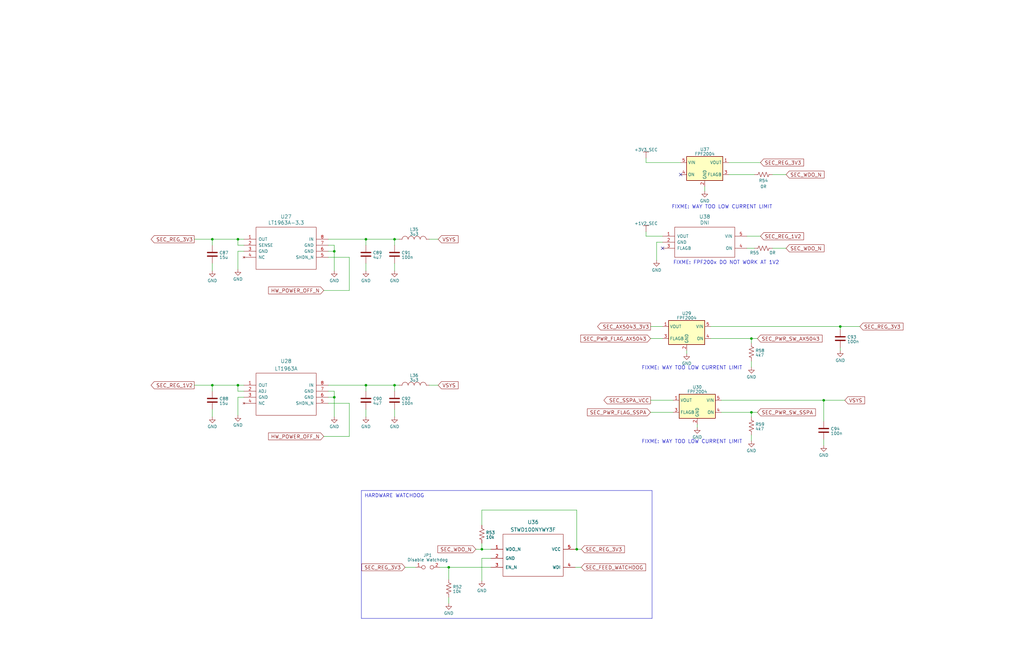
<source format=kicad_sch>
(kicad_sch (version 20230121) (generator eeschema)

  (uuid a050ec05-fd51-4c70-a0e4-87af055ed243)

  (paper "USLedger")

  (title_block
    (title "Radiation Tolerant Internal Housekeeping Unit (IHU)")
    (date "2023-08-24")
    (rev "1.2A")
    (company "AMSAT-NA")
    (comment 1 "C. Castillo")
    (comment 2 "Z. Metzinger")
  )

  (lib_symbols
    (symbol "Connector:TestPoint_2Pole" (pin_names (offset 0.762) hide) (in_bom yes) (on_board yes)
      (property "Reference" "TP" (at 0 1.524 0)
        (effects (font (size 1.27 1.27)))
      )
      (property "Value" "TestPoint_2Pole" (at 0 -1.778 0)
        (effects (font (size 1.27 1.27)))
      )
      (property "Footprint" "" (at 0 0 0)
        (effects (font (size 1.27 1.27)) hide)
      )
      (property "Datasheet" "~" (at 0 0 0)
        (effects (font (size 1.27 1.27)) hide)
      )
      (property "ki_keywords" "point tp" (at 0 0 0)
        (effects (font (size 1.27 1.27)) hide)
      )
      (property "ki_description" "2-polar test point" (at 0 0 0)
        (effects (font (size 1.27 1.27)) hide)
      )
      (property "ki_fp_filters" "Pin* Test*" (at 0 0 0)
        (effects (font (size 1.27 1.27)) hide)
      )
      (symbol "TestPoint_2Pole_0_1"
        (circle (center -1.778 0) (radius 0.762)
          (stroke (width 0) (type default))
          (fill (type none))
        )
        (circle (center 1.778 0) (radius 0.762)
          (stroke (width 0) (type default))
          (fill (type none))
        )
        (pin passive line (at -5.08 0 0) (length 2.54)
          (name "1" (effects (font (size 1.27 1.27))))
          (number "1" (effects (font (size 1.27 1.27))))
        )
        (pin passive line (at 5.08 0 180) (length 2.54)
          (name "2" (effects (font (size 1.27 1.27))))
          (number "2" (effects (font (size 1.27 1.27))))
        )
      )
    )
    (symbol "Device:C" (pin_numbers hide) (pin_names (offset 0.254)) (in_bom yes) (on_board yes)
      (property "Reference" "C" (at 0.635 2.54 0)
        (effects (font (size 1.27 1.27)) (justify left))
      )
      (property "Value" "C" (at 0.635 -2.54 0)
        (effects (font (size 1.27 1.27)) (justify left))
      )
      (property "Footprint" "" (at 0.9652 -3.81 0)
        (effects (font (size 1.27 1.27)) hide)
      )
      (property "Datasheet" "~" (at 0 0 0)
        (effects (font (size 1.27 1.27)) hide)
      )
      (property "ki_keywords" "cap capacitor" (at 0 0 0)
        (effects (font (size 1.27 1.27)) hide)
      )
      (property "ki_description" "Unpolarized capacitor" (at 0 0 0)
        (effects (font (size 1.27 1.27)) hide)
      )
      (property "ki_fp_filters" "C_*" (at 0 0 0)
        (effects (font (size 1.27 1.27)) hide)
      )
      (symbol "C_0_1"
        (polyline
          (pts
            (xy -2.032 -0.762)
            (xy 2.032 -0.762)
          )
          (stroke (width 0.508) (type default))
          (fill (type none))
        )
        (polyline
          (pts
            (xy -2.032 0.762)
            (xy 2.032 0.762)
          )
          (stroke (width 0.508) (type default))
          (fill (type none))
        )
      )
      (symbol "C_1_1"
        (pin passive line (at 0 3.81 270) (length 2.794)
          (name "~" (effects (font (size 1.27 1.27))))
          (number "1" (effects (font (size 1.27 1.27))))
        )
        (pin passive line (at 0 -3.81 90) (length 2.794)
          (name "~" (effects (font (size 1.27 1.27))))
          (number "2" (effects (font (size 1.27 1.27))))
        )
      )
    )
    (symbol "Device:R_US" (pin_numbers hide) (pin_names (offset 0)) (in_bom yes) (on_board yes)
      (property "Reference" "R" (at 2.54 0 90)
        (effects (font (size 1.27 1.27)))
      )
      (property "Value" "R_US" (at -2.54 0 90)
        (effects (font (size 1.27 1.27)))
      )
      (property "Footprint" "" (at 1.016 -0.254 90)
        (effects (font (size 1.27 1.27)) hide)
      )
      (property "Datasheet" "~" (at 0 0 0)
        (effects (font (size 1.27 1.27)) hide)
      )
      (property "ki_keywords" "R res resistor" (at 0 0 0)
        (effects (font (size 1.27 1.27)) hide)
      )
      (property "ki_description" "Resistor, US symbol" (at 0 0 0)
        (effects (font (size 1.27 1.27)) hide)
      )
      (property "ki_fp_filters" "R_*" (at 0 0 0)
        (effects (font (size 1.27 1.27)) hide)
      )
      (symbol "R_US_0_1"
        (polyline
          (pts
            (xy 0 -2.286)
            (xy 0 -2.54)
          )
          (stroke (width 0) (type default))
          (fill (type none))
        )
        (polyline
          (pts
            (xy 0 2.286)
            (xy 0 2.54)
          )
          (stroke (width 0) (type default))
          (fill (type none))
        )
        (polyline
          (pts
            (xy 0 -0.762)
            (xy 1.016 -1.143)
            (xy 0 -1.524)
            (xy -1.016 -1.905)
            (xy 0 -2.286)
          )
          (stroke (width 0) (type default))
          (fill (type none))
        )
        (polyline
          (pts
            (xy 0 0.762)
            (xy 1.016 0.381)
            (xy 0 0)
            (xy -1.016 -0.381)
            (xy 0 -0.762)
          )
          (stroke (width 0) (type default))
          (fill (type none))
        )
        (polyline
          (pts
            (xy 0 2.286)
            (xy 1.016 1.905)
            (xy 0 1.524)
            (xy -1.016 1.143)
            (xy 0 0.762)
          )
          (stroke (width 0) (type default))
          (fill (type none))
        )
      )
      (symbol "R_US_1_1"
        (pin passive line (at 0 3.81 270) (length 1.27)
          (name "~" (effects (font (size 1.27 1.27))))
          (number "1" (effects (font (size 1.27 1.27))))
        )
        (pin passive line (at 0 -3.81 90) (length 1.27)
          (name "~" (effects (font (size 1.27 1.27))))
          (number "2" (effects (font (size 1.27 1.27))))
        )
      )
    )
    (symbol "Power_Management:FPF2004" (in_bom yes) (on_board yes)
      (property "Reference" "U" (at -7.62 6.35 0)
        (effects (font (size 1.27 1.27)))
      )
      (property "Value" "FPF2004" (at 3.81 6.35 0)
        (effects (font (size 1.27 1.27)))
      )
      (property "Footprint" "Package_TO_SOT_SMD:SOT-353_SC-70-5" (at 22.86 -7.62 0)
        (effects (font (size 1.27 1.27)) hide)
      )
      (property "Datasheet" "https://www.onsemi.com/pub/Collateral/FPF2001-D.pdf" (at -1.27 10.16 0)
        (effects (font (size 1.27 1.27)) hide)
      )
      (property "ki_keywords" "1-chanel power-distribution USB" (at 0 0 0)
        (effects (font (size 1.27 1.27)) hide)
      )
      (property "ki_description" "Single power-distribution switcher, current limit = 100mA, blanking time = 10 ms, auto-restart time = 80 ms, ON Pin Polarity = HIGH, SOT-353" (at 0 0 0)
        (effects (font (size 1.27 1.27)) hide)
      )
      (property "ki_fp_filters" "SOT?353*" (at 0 0 0)
        (effects (font (size 1.27 1.27)) hide)
      )
      (symbol "FPF2004_0_1"
        (rectangle (start -7.62 5.08) (end 7.62 -5.08)
          (stroke (width 0.254) (type default))
          (fill (type background))
        )
      )
      (symbol "FPF2004_1_1"
        (pin power_out line (at 10.16 2.54 180) (length 2.54)
          (name "VOUT" (effects (font (size 1.27 1.27))))
          (number "1" (effects (font (size 1.27 1.27))))
        )
        (pin power_in line (at 0 -7.62 90) (length 2.54)
          (name "GND" (effects (font (size 1.27 1.27))))
          (number "2" (effects (font (size 1.27 1.27))))
        )
        (pin open_collector line (at 10.16 -2.54 180) (length 2.54)
          (name "FLAGB" (effects (font (size 1.27 1.27))))
          (number "3" (effects (font (size 1.27 1.27))))
        )
        (pin input line (at -10.16 -2.54 0) (length 2.54)
          (name "ON" (effects (font (size 1.27 1.27))))
          (number "4" (effects (font (size 1.27 1.27))))
        )
        (pin power_in line (at -10.16 2.54 0) (length 2.54)
          (name "VIN" (effects (font (size 1.27 1.27))))
          (number "5" (effects (font (size 1.27 1.27))))
        )
      )
    )
    (symbol "amsat_discrete:+1V2_SEC" (power) (pin_names (offset 0)) (in_bom yes) (on_board yes)
      (property "Reference" "#PWR" (at 0 -3.81 0)
        (effects (font (size 1.27 1.27)) hide)
      )
      (property "Value" "+1V2_SEC" (at 0 3.556 0)
        (effects (font (size 1.27 1.27)))
      )
      (property "Footprint" "" (at 0 0 0)
        (effects (font (size 1.27 1.27)) hide)
      )
      (property "Datasheet" "" (at 0 0 0)
        (effects (font (size 1.27 1.27)) hide)
      )
      (property "ki_keywords" "Power Flag Symbol" (at 0 0 0)
        (effects (font (size 1.27 1.27)) hide)
      )
      (property "ki_description" "Power Net, Secondary, +1.2V" (at 0 0 0)
        (effects (font (size 1.27 1.27)) hide)
      )
      (symbol "+1V2_SEC_0_1"
        (polyline
          (pts
            (xy -1.27 2.54)
            (xy 0 2.54)
          )
          (stroke (width 0) (type solid))
          (fill (type none))
        )
        (polyline
          (pts
            (xy 0 0)
            (xy 0 2.54)
          )
          (stroke (width 0) (type solid))
          (fill (type none))
        )
        (polyline
          (pts
            (xy 0 2.54)
            (xy 1.27 2.54)
          )
          (stroke (width 0) (type solid))
          (fill (type none))
        )
      )
      (symbol "+1V2_SEC_1_1"
        (pin power_in line (at 0 0 90) (length 0) hide
          (name "+1V2_SEC" (effects (font (size 1.27 1.27))))
          (number "1" (effects (font (size 1.27 1.27))))
        )
      )
    )
    (symbol "amsat_discrete:+3V3_SEC" (power) (pin_names (offset 0)) (in_bom yes) (on_board yes)
      (property "Reference" "#PWR" (at 0 -3.81 0)
        (effects (font (size 1.27 1.27)) hide)
      )
      (property "Value" "+3V3_SEC" (at 0 3.556 0)
        (effects (font (size 1.27 1.27)))
      )
      (property "Footprint" "" (at 0 0 0)
        (effects (font (size 1.27 1.27)) hide)
      )
      (property "Datasheet" "" (at 0 0 0)
        (effects (font (size 1.27 1.27)) hide)
      )
      (property "ki_keywords" "Power Flag Symbol" (at 0 0 0)
        (effects (font (size 1.27 1.27)) hide)
      )
      (property "ki_description" "Power Net, Secondary, +3.3V" (at 0 0 0)
        (effects (font (size 1.27 1.27)) hide)
      )
      (symbol "+3V3_SEC_0_1"
        (polyline
          (pts
            (xy -1.27 2.54)
            (xy 0 2.54)
          )
          (stroke (width 0) (type solid))
          (fill (type none))
        )
        (polyline
          (pts
            (xy 0 0)
            (xy 0 2.54)
          )
          (stroke (width 0) (type solid))
          (fill (type none))
        )
        (polyline
          (pts
            (xy 0 2.54)
            (xy 1.27 2.54)
          )
          (stroke (width 0) (type solid))
          (fill (type none))
        )
      )
      (symbol "+3V3_SEC_1_1"
        (pin power_in line (at 0 0 90) (length 0) hide
          (name "+3V3_SEC" (effects (font (size 1.27 1.27))))
          (number "1" (effects (font (size 1.27 1.27))))
        )
      )
    )
    (symbol "amsat_discrete:INDUCTOR_SMALL" (pin_numbers hide) (pin_names (offset 0) hide) (in_bom yes) (on_board yes)
      (property "Reference" "L" (at 0 2.54 0)
        (effects (font (size 1.27 1.27)))
      )
      (property "Value" "INDUCTOR_SMALL" (at 0 -1.27 0)
        (effects (font (size 1.27 1.27)))
      )
      (property "Footprint" "" (at 0 0 0)
        (effects (font (size 1.27 1.27)))
      )
      (property "Datasheet" "" (at 0 0 0)
        (effects (font (size 1.27 1.27)))
      )
      (property "ki_fp_filters" "Choke_* *Coil*" (at 0 0 0)
        (effects (font (size 1.27 1.27)) hide)
      )
      (symbol "INDUCTOR_SMALL_0_1"
        (arc (start -2.54 0) (mid -3.81 1.2645) (end -5.08 0)
          (stroke (width 0) (type solid))
          (fill (type none))
        )
        (arc (start 0 0) (mid -1.27 1.2645) (end -2.54 0)
          (stroke (width 0) (type solid))
          (fill (type none))
        )
        (arc (start 2.54 0) (mid 1.27 1.2645) (end 0 0)
          (stroke (width 0) (type solid))
          (fill (type none))
        )
        (arc (start 5.08 0) (mid 3.81 1.2645) (end 2.54 0)
          (stroke (width 0) (type solid))
          (fill (type none))
        )
      )
      (symbol "INDUCTOR_SMALL_1_1"
        (pin input line (at -6.35 0 0) (length 1.27)
          (name "1" (effects (font (size 0.762 0.762))))
          (number "1" (effects (font (size 0.762 0.762))))
        )
        (pin input line (at 6.35 0 180) (length 1.27)
          (name "2" (effects (font (size 0.762 0.762))))
          (number "2" (effects (font (size 0.762 0.762))))
        )
      )
    )
    (symbol "amsat_fairchild:FPF2001" (pin_names (offset 1.016)) (in_bom yes) (on_board yes)
      (property "Reference" "U" (at 11.43 -10.16 0)
        (effects (font (size 1.524 1.524)))
      )
      (property "Value" "FPF2001" (at 0 0 0)
        (effects (font (size 1.524 1.524)))
      )
      (property "Footprint" "" (at 0 0 0)
        (effects (font (size 1.524 1.524)) hide)
      )
      (property "Datasheet" "" (at 0 0 0)
        (effects (font (size 1.524 1.524)) hide)
      )
      (property "ki_description" "50-100mA Current-Limit Switch" (at 0 0 0)
        (effects (font (size 1.27 1.27)) hide)
      )
      (symbol "FPF2001_0_1"
        (rectangle (start -12.7 6.35) (end 12.7 -6.35)
          (stroke (width 0) (type solid))
          (fill (type none))
        )
      )
      (symbol "FPF2001_1_1"
        (pin power_out line (at -17.78 2.54 0) (length 5.08)
          (name "VOUT" (effects (font (size 1.27 1.27))))
          (number "1" (effects (font (size 1.27 1.27))))
        )
        (pin power_in line (at -17.78 0 0) (length 5.08)
          (name "GND" (effects (font (size 1.27 1.27))))
          (number "2" (effects (font (size 1.27 1.27))))
        )
        (pin open_collector line (at -17.78 -2.54 0) (length 5.08)
          (name "FLAGB" (effects (font (size 1.27 1.27))))
          (number "3" (effects (font (size 1.27 1.27))))
        )
        (pin input line (at 17.78 -2.54 180) (length 5.08)
          (name "ON" (effects (font (size 1.27 1.27))))
          (number "4" (effects (font (size 1.27 1.27))))
        )
        (pin power_in line (at 17.78 2.54 180) (length 5.08)
          (name "VIN" (effects (font (size 1.27 1.27))))
          (number "5" (effects (font (size 1.27 1.27))))
        )
      )
    )
    (symbol "amsat_lineartech:LT1963A" (pin_names (offset 1.016)) (in_bom yes) (on_board yes)
      (property "Reference" "U" (at 11.43 -10.16 0)
        (effects (font (size 1.524 1.524)))
      )
      (property "Value" "LT1963A" (at 0 0 0)
        (effects (font (size 1.524 1.524)))
      )
      (property "Footprint" "" (at 0 0 0)
        (effects (font (size 1.524 1.524)) hide)
      )
      (property "Datasheet" "" (at 0 0 0)
        (effects (font (size 1.524 1.524)) hide)
      )
      (property "ki_description" "Adjustable 1.5A, Low Noise, Fast Transient Response, LDO Regulator" (at 0 0 0)
        (effects (font (size 1.27 1.27)) hide)
      )
      (symbol "LT1963A_0_1"
        (rectangle (start -12.7 8.89) (end 12.7 -8.89)
          (stroke (width 0) (type solid))
          (fill (type none))
        )
      )
      (symbol "LT1963A_1_1"
        (pin power_out line (at -17.78 3.81 0) (length 5.08)
          (name "OUT" (effects (font (size 1.27 1.27))))
          (number "1" (effects (font (size 1.27 1.27))))
        )
        (pin input line (at -17.78 1.27 0) (length 5.08)
          (name "ADJ" (effects (font (size 1.27 1.27))))
          (number "2" (effects (font (size 1.27 1.27))))
        )
        (pin power_in line (at -17.78 -1.27 0) (length 5.08)
          (name "GND" (effects (font (size 1.27 1.27))))
          (number "3" (effects (font (size 1.27 1.27))))
        )
        (pin no_connect line (at -17.78 -3.81 0) (length 5.08)
          (name "NC" (effects (font (size 1.27 1.27))))
          (number "4" (effects (font (size 1.27 1.27))))
        )
        (pin input line (at 17.78 -3.81 180) (length 5.08)
          (name "SHDN_N" (effects (font (size 1.27 1.27))))
          (number "5" (effects (font (size 1.27 1.27))))
        )
        (pin power_in line (at 17.78 -1.27 180) (length 5.08)
          (name "GND" (effects (font (size 1.27 1.27))))
          (number "6" (effects (font (size 1.27 1.27))))
        )
        (pin power_in line (at 17.78 1.27 180) (length 5.08)
          (name "GND" (effects (font (size 1.27 1.27))))
          (number "7" (effects (font (size 1.27 1.27))))
        )
        (pin power_in line (at 17.78 3.81 180) (length 5.08)
          (name "IN" (effects (font (size 1.27 1.27))))
          (number "8" (effects (font (size 1.27 1.27))))
        )
      )
    )
    (symbol "amsat_lineartech:LT1963A-3.3" (pin_names (offset 1.016)) (in_bom yes) (on_board yes)
      (property "Reference" "U" (at 11.43 -10.16 0)
        (effects (font (size 1.524 1.524)))
      )
      (property "Value" "LT1963A-3.3" (at 0 0 0)
        (effects (font (size 1.524 1.524)))
      )
      (property "Footprint" "" (at 0 0 0)
        (effects (font (size 1.524 1.524)) hide)
      )
      (property "Datasheet" "" (at 0 0 0)
        (effects (font (size 1.524 1.524)) hide)
      )
      (property "ki_description" "Fixed 3.3v 1.5A, Low Noise, Fast Transient Response, LDO Regulator" (at 0 0 0)
        (effects (font (size 1.27 1.27)) hide)
      )
      (symbol "LT1963A-3.3_0_1"
        (rectangle (start -12.7 8.89) (end 12.7 -8.89)
          (stroke (width 0) (type solid))
          (fill (type none))
        )
      )
      (symbol "LT1963A-3.3_1_1"
        (pin power_out line (at -17.78 3.81 0) (length 5.08)
          (name "OUT" (effects (font (size 1.27 1.27))))
          (number "1" (effects (font (size 1.27 1.27))))
        )
        (pin input line (at -17.78 1.27 0) (length 5.08)
          (name "SENSE" (effects (font (size 1.27 1.27))))
          (number "2" (effects (font (size 1.27 1.27))))
        )
        (pin power_in line (at -17.78 -1.27 0) (length 5.08)
          (name "GND" (effects (font (size 1.27 1.27))))
          (number "3" (effects (font (size 1.27 1.27))))
        )
        (pin no_connect line (at -17.78 -3.81 0) (length 5.08)
          (name "NC" (effects (font (size 1.27 1.27))))
          (number "4" (effects (font (size 1.27 1.27))))
        )
        (pin input line (at 17.78 -3.81 180) (length 5.08)
          (name "SHDN_N" (effects (font (size 1.27 1.27))))
          (number "5" (effects (font (size 1.27 1.27))))
        )
        (pin power_in line (at 17.78 -1.27 180) (length 5.08)
          (name "GND" (effects (font (size 1.27 1.27))))
          (number "6" (effects (font (size 1.27 1.27))))
        )
        (pin power_in line (at 17.78 1.27 180) (length 5.08)
          (name "GND" (effects (font (size 1.27 1.27))))
          (number "7" (effects (font (size 1.27 1.27))))
        )
        (pin power_in line (at 17.78 3.81 180) (length 5.08)
          (name "IN" (effects (font (size 1.27 1.27))))
          (number "8" (effects (font (size 1.27 1.27))))
        )
      )
    )
    (symbol "amsat_st:STWD100NYWY3F" (pin_names (offset 1.016)) (in_bom yes) (on_board yes)
      (property "Reference" "U" (at 11.43 -10.16 0)
        (effects (font (size 1.524 1.524)))
      )
      (property "Value" "STWD100NYWY3F" (at 0 7.62 0)
        (effects (font (size 1.524 1.524)))
      )
      (property "Footprint" "" (at 0 0 0)
        (effects (font (size 1.524 1.524)) hide)
      )
      (property "Datasheet" "" (at 0 0 0)
        (effects (font (size 1.524 1.524)) hide)
      )
      (property "ki_description" "Watchdog timer circuit" (at 0 0 0)
        (effects (font (size 1.27 1.27)) hide)
      )
      (symbol "STWD100NYWY3F_0_1"
        (rectangle (start -12.7 10.16) (end 12.7 -7.62)
          (stroke (width 0) (type solid))
          (fill (type none))
        )
      )
      (symbol "STWD100NYWY3F_1_1"
        (pin open_collector line (at -17.78 3.81 0) (length 5.08)
          (name "WDO_N" (effects (font (size 1.27 1.27))))
          (number "1" (effects (font (size 1.27 1.27))))
        )
        (pin power_in line (at -17.78 0 0) (length 5.08)
          (name "GND" (effects (font (size 1.27 1.27))))
          (number "2" (effects (font (size 1.27 1.27))))
        )
        (pin input line (at -17.78 -3.81 0) (length 5.08)
          (name "EN_N" (effects (font (size 1.27 1.27))))
          (number "3" (effects (font (size 1.27 1.27))))
        )
        (pin input line (at 17.78 -3.81 180) (length 5.08)
          (name "WDI" (effects (font (size 1.27 1.27))))
          (number "4" (effects (font (size 1.27 1.27))))
        )
        (pin power_in line (at 17.78 3.81 180) (length 5.08)
          (name "VCC" (effects (font (size 1.27 1.27))))
          (number "5" (effects (font (size 1.27 1.27))))
        )
      )
    )
    (symbol "power:GND" (power) (pin_names (offset 0)) (in_bom yes) (on_board yes)
      (property "Reference" "#PWR" (at 0 -6.35 0)
        (effects (font (size 1.27 1.27)) hide)
      )
      (property "Value" "GND" (at 0 -3.81 0)
        (effects (font (size 1.27 1.27)))
      )
      (property "Footprint" "" (at 0 0 0)
        (effects (font (size 1.27 1.27)) hide)
      )
      (property "Datasheet" "" (at 0 0 0)
        (effects (font (size 1.27 1.27)) hide)
      )
      (property "ki_keywords" "global power" (at 0 0 0)
        (effects (font (size 1.27 1.27)) hide)
      )
      (property "ki_description" "Power symbol creates a global label with name \"GND\" , ground" (at 0 0 0)
        (effects (font (size 1.27 1.27)) hide)
      )
      (symbol "GND_0_1"
        (polyline
          (pts
            (xy 0 0)
            (xy 0 -1.27)
            (xy 1.27 -1.27)
            (xy 0 -2.54)
            (xy -1.27 -1.27)
            (xy 0 -1.27)
          )
          (stroke (width 0) (type default))
          (fill (type none))
        )
      )
      (symbol "GND_1_1"
        (pin power_in line (at 0 0 270) (length 0) hide
          (name "GND" (effects (font (size 1.27 1.27))))
          (number "1" (effects (font (size 1.27 1.27))))
        )
      )
    )
  )

  (junction (at 140.97 167.64) (diameter 0) (color 0 0 0 0)
    (uuid 02ec9b23-1f87-4681-a300-79954ce09fdf)
  )
  (junction (at 166.37 162.56) (diameter 0) (color 0 0 0 0)
    (uuid 082aaa1c-0fa2-4c19-b8f6-3d7e4aec2a7b)
  )
  (junction (at 316.865 173.99) (diameter 0) (color 0 0 0 0)
    (uuid 236337c6-8d42-4f4a-a0cb-681bca868e2d)
  )
  (junction (at 189.23 239.395) (diameter 0) (color 0 0 0 0)
    (uuid 3d265a46-055b-4574-bd7a-3a176c0f6c12)
  )
  (junction (at 100.33 100.965) (diameter 0) (color 0 0 0 0)
    (uuid 47c8bcd7-640c-456c-9565-e11932b4a156)
  )
  (junction (at 140.97 106.045) (diameter 0) (color 0 0 0 0)
    (uuid 492ea0bc-8d2d-4c7f-934b-275e78fc8cc1)
  )
  (junction (at 354.33 137.795) (diameter 0) (color 0 0 0 0)
    (uuid 717a90f3-33af-412e-b904-c88a8026b952)
  )
  (junction (at 154.305 162.56) (diameter 0) (color 0 0 0 0)
    (uuid 77ba5532-31df-4b35-8a10-f697a3b695d8)
  )
  (junction (at 100.33 162.56) (diameter 0) (color 0 0 0 0)
    (uuid 82d7ab0d-df9c-4283-98e7-9bd8bd1c488b)
  )
  (junction (at 203.2 231.775) (diameter 0) (color 0 0 0 0)
    (uuid a284c74a-815a-4bc9-b081-5e0e2c6993e3)
  )
  (junction (at 89.535 162.56) (diameter 0) (color 0 0 0 0)
    (uuid b8c700ed-5fab-46a3-ba7c-fcfb073db038)
  )
  (junction (at 316.865 142.875) (diameter 0) (color 0 0 0 0)
    (uuid ba105801-3a26-4ce7-8ca4-f6e60cce7041)
  )
  (junction (at 89.535 100.965) (diameter 0) (color 0 0 0 0)
    (uuid bedeceed-440f-4ab6-9cc3-6a804f046588)
  )
  (junction (at 243.205 231.775) (diameter 0) (color 0 0 0 0)
    (uuid c7b1b628-ea79-4200-9ce1-3b8041394fc1)
  )
  (junction (at 166.37 100.965) (diameter 0) (color 0 0 0 0)
    (uuid dc083d00-ab4a-4471-a0b0-f1efd638c56f)
  )
  (junction (at 154.305 100.965) (diameter 0) (color 0 0 0 0)
    (uuid dcbc7a54-e4bf-4903-901a-268368cbe710)
  )
  (junction (at 347.345 168.91) (diameter 0) (color 0 0 0 0)
    (uuid ddd0144a-6a3c-418e-8fc7-d9c8dca81a5f)
  )

  (no_connect (at 279.4 104.775) (uuid 3198878d-3f9d-4440-bc78-55d0b43f89ea))
  (no_connect (at 287.02 73.66) (uuid a916e1ad-8ab4-45e0-9be5-caa7f2d0c8e2))

  (wire (pts (xy 316.865 152.4) (xy 316.865 154.94))
    (stroke (width 0) (type default))
    (uuid 0005c140-c595-4021-a5b5-c9032e40c675)
  )
  (wire (pts (xy 274.32 142.875) (xy 279.4 142.875))
    (stroke (width 0) (type default))
    (uuid 032dbebb-f5cc-4fa5-b80a-f2949adb51cc)
  )
  (wire (pts (xy 316.865 183.515) (xy 316.865 186.055))
    (stroke (width 0) (type default))
    (uuid 069e045b-ca30-4565-874a-b44a3edec8a7)
  )
  (wire (pts (xy 140.97 103.505) (xy 140.97 106.045))
    (stroke (width 0) (type default))
    (uuid 07aa99e4-aed6-4e7d-8c18-f66fc26f41db)
  )
  (wire (pts (xy 189.23 239.395) (xy 189.23 244.475))
    (stroke (width 0) (type default))
    (uuid 0932314e-054e-4432-96f4-3482deef021f)
  )
  (wire (pts (xy 184.785 100.965) (xy 180.975 100.965))
    (stroke (width 0) (type default))
    (uuid 0a970660-6048-43cb-962b-dc8f36d18b72)
  )
  (polyline (pts (xy 152.4 260.985) (xy 152.4 207.01))
    (stroke (width 0) (type default))
    (uuid 0b8013c3-c46a-49aa-86c5-eef5f9d4b821)
  )

  (wire (pts (xy 166.37 165.1) (xy 166.37 162.56))
    (stroke (width 0) (type default))
    (uuid 0f6eae23-09db-419d-a8fc-6c4b15227f1e)
  )
  (wire (pts (xy 200.66 231.775) (xy 203.2 231.775))
    (stroke (width 0) (type default))
    (uuid 14e96c0c-95ff-4cb7-b899-4b08a836a5ae)
  )
  (wire (pts (xy 189.23 239.395) (xy 207.01 239.395))
    (stroke (width 0) (type default))
    (uuid 157d47e2-1eb5-42f6-ae6f-53ac07d406dd)
  )
  (wire (pts (xy 314.96 104.775) (xy 318.135 104.775))
    (stroke (width 0) (type default))
    (uuid 176be3a7-3832-44bd-b65a-145331ebc099)
  )
  (wire (pts (xy 140.97 106.045) (xy 140.97 114.3))
    (stroke (width 0) (type default))
    (uuid 1847dd01-9c9b-4304-934f-a6b1dacfc51d)
  )
  (wire (pts (xy 316.865 142.875) (xy 319.405 142.875))
    (stroke (width 0) (type default))
    (uuid 188d1efa-0d4c-4e62-ad47-0d58fdf60b37)
  )
  (wire (pts (xy 166.37 100.965) (xy 168.275 100.965))
    (stroke (width 0) (type default))
    (uuid 18abbc05-c02c-44d7-8670-1e855027a3a1)
  )
  (wire (pts (xy 154.305 100.965) (xy 154.305 103.505))
    (stroke (width 0) (type default))
    (uuid 19287e71-8318-4e9d-ae8d-f23ab540ee1c)
  )
  (wire (pts (xy 89.535 100.965) (xy 100.33 100.965))
    (stroke (width 0) (type default))
    (uuid 1a15ce32-0a5e-4e17-8ec2-c61bc23b1b27)
  )
  (wire (pts (xy 203.2 235.585) (xy 203.2 245.11))
    (stroke (width 0) (type default))
    (uuid 1b31a464-b857-48f5-ba1d-e1d7c1427f42)
  )
  (wire (pts (xy 166.37 114.3) (xy 166.37 111.125))
    (stroke (width 0) (type default))
    (uuid 1b358bce-795c-4f9a-b75d-ff16fb461c88)
  )
  (wire (pts (xy 304.165 168.91) (xy 347.345 168.91))
    (stroke (width 0) (type default))
    (uuid 22b387f2-7481-4db5-ae29-3c1793da911f)
  )
  (wire (pts (xy 297.18 78.74) (xy 297.18 80.645))
    (stroke (width 0) (type default))
    (uuid 2867b817-9f66-41af-9e55-a53fc7e04e36)
  )
  (wire (pts (xy 203.2 221.615) (xy 203.2 215.265))
    (stroke (width 0) (type default))
    (uuid 2b30087d-00bc-42a6-9405-08ae60231fd2)
  )
  (wire (pts (xy 154.305 162.56) (xy 154.305 165.1))
    (stroke (width 0) (type default))
    (uuid 2f9b8b02-3236-47a1-bf5c-52a0a5c1f127)
  )
  (wire (pts (xy 170.815 239.395) (xy 175.26 239.395))
    (stroke (width 0) (type default))
    (uuid 328036f7-d693-486c-a64c-feece4446c8c)
  )
  (polyline (pts (xy 274.955 260.985) (xy 152.4 260.985))
    (stroke (width 0) (type default))
    (uuid 338f879e-48e4-46a2-8e70-0e6685cf3afd)
  )

  (wire (pts (xy 138.43 100.965) (xy 154.305 100.965))
    (stroke (width 0) (type default))
    (uuid 34967185-6df7-4d87-8d85-508ca2a80b2c)
  )
  (wire (pts (xy 354.33 137.795) (xy 362.585 137.795))
    (stroke (width 0) (type default))
    (uuid 3623a89a-b584-486e-8971-5cae5bfbb819)
  )
  (wire (pts (xy 138.43 167.64) (xy 140.97 167.64))
    (stroke (width 0) (type default))
    (uuid 36f3549e-0b3c-4c08-b20f-7795fa8c4661)
  )
  (wire (pts (xy 166.37 162.56) (xy 168.275 162.56))
    (stroke (width 0) (type default))
    (uuid 371063dd-6006-4cd1-8f11-b4fe07d7920e)
  )
  (wire (pts (xy 140.97 167.64) (xy 140.97 175.895))
    (stroke (width 0) (type default))
    (uuid 377f3dcd-1676-49af-a6b1-859d55fae6a0)
  )
  (wire (pts (xy 100.33 165.1) (xy 100.33 162.56))
    (stroke (width 0) (type default))
    (uuid 37867ba8-cefe-4830-9c7b-b4f5283c37bf)
  )
  (wire (pts (xy 147.32 184.15) (xy 147.32 170.18))
    (stroke (width 0) (type default))
    (uuid 3d2f414f-77cb-4ccc-b282-8547679cb339)
  )
  (wire (pts (xy 276.86 102.235) (xy 276.86 109.855))
    (stroke (width 0) (type default))
    (uuid 3ed30195-3d9f-4571-b158-f5ef065f7124)
  )
  (wire (pts (xy 136.525 184.15) (xy 147.32 184.15))
    (stroke (width 0) (type default))
    (uuid 404d2840-b170-4d86-b8e1-465a616cde0e)
  )
  (wire (pts (xy 279.4 137.795) (xy 274.32 137.795))
    (stroke (width 0) (type default))
    (uuid 42b81e9e-107f-43f5-8e9a-cf40e6be7969)
  )
  (wire (pts (xy 185.42 239.395) (xy 189.23 239.395))
    (stroke (width 0) (type default))
    (uuid 44a4fe3f-e3ed-4e3c-be28-757ed40cf312)
  )
  (wire (pts (xy 319.405 173.99) (xy 316.865 173.99))
    (stroke (width 0) (type default))
    (uuid 44f34239-d1b3-40a5-8177-2a29c0e5fac2)
  )
  (wire (pts (xy 272.415 68.58) (xy 287.02 68.58))
    (stroke (width 0) (type default))
    (uuid 4b4cfcfd-0433-4008-9f58-02e7fe48a31d)
  )
  (wire (pts (xy 304.165 173.99) (xy 316.865 173.99))
    (stroke (width 0) (type default))
    (uuid 4d4c6ebd-ea25-4e83-b7dd-39eee1a0bf3c)
  )
  (wire (pts (xy 81.915 162.56) (xy 89.535 162.56))
    (stroke (width 0) (type default))
    (uuid 4d505185-e102-4ade-9035-da3fb7974ab7)
  )
  (wire (pts (xy 294.005 179.07) (xy 294.005 180.34))
    (stroke (width 0) (type default))
    (uuid 4e330735-56ca-4f0f-8b14-44d3f6bf9824)
  )
  (wire (pts (xy 274.32 168.91) (xy 283.845 168.91))
    (stroke (width 0) (type default))
    (uuid 4fb571ac-f7f4-4d4d-b238-8f18441e2f11)
  )
  (wire (pts (xy 147.32 122.555) (xy 147.32 108.585))
    (stroke (width 0) (type default))
    (uuid 513e2c06-15fb-4dda-921b-f21be80129c8)
  )
  (wire (pts (xy 100.33 167.64) (xy 100.33 175.26))
    (stroke (width 0) (type default))
    (uuid 5181a227-ecfe-40e5-ba45-32ccced98393)
  )
  (wire (pts (xy 102.87 165.1) (xy 100.33 165.1))
    (stroke (width 0) (type default))
    (uuid 54acccfa-e5bd-4adb-bda3-c137e706ba9a)
  )
  (wire (pts (xy 354.33 139.065) (xy 354.33 137.795))
    (stroke (width 0) (type default))
    (uuid 54cba505-d5e1-4c35-abad-706601af1d8e)
  )
  (wire (pts (xy 272.415 99.695) (xy 279.4 99.695))
    (stroke (width 0) (type default))
    (uuid 55dc707e-4cd2-4f31-9b78-fdf585aa4c2c)
  )
  (wire (pts (xy 138.43 106.045) (xy 140.97 106.045))
    (stroke (width 0) (type default))
    (uuid 5665aa22-2f54-4955-937d-bd2dd54f62e2)
  )
  (wire (pts (xy 138.43 170.18) (xy 147.32 170.18))
    (stroke (width 0) (type default))
    (uuid 56c69281-a283-4497-b634-e00661423ce1)
  )
  (wire (pts (xy 89.535 175.895) (xy 89.535 172.72))
    (stroke (width 0) (type default))
    (uuid 578d6623-3bef-4e2d-9f46-b12c6103d985)
  )
  (wire (pts (xy 89.535 100.965) (xy 89.535 103.505))
    (stroke (width 0) (type default))
    (uuid 58db5ded-c5b4-4f39-93b5-b66aba4452c6)
  )
  (wire (pts (xy 81.915 100.965) (xy 89.535 100.965))
    (stroke (width 0) (type default))
    (uuid 5f90c9aa-41d0-404c-a6fc-e3ed35a7b69f)
  )
  (wire (pts (xy 89.535 162.56) (xy 100.33 162.56))
    (stroke (width 0) (type default))
    (uuid 615dd4ac-29d9-4946-a780-df092d039a9c)
  )
  (wire (pts (xy 184.785 162.56) (xy 180.975 162.56))
    (stroke (width 0) (type default))
    (uuid 62e666a8-8bef-4011-a129-c712198adbe0)
  )
  (wire (pts (xy 289.56 149.225) (xy 289.56 147.955))
    (stroke (width 0) (type default))
    (uuid 66467b29-af90-4956-8bb9-360c3d6cc484)
  )
  (wire (pts (xy 189.23 252.095) (xy 189.23 254.635))
    (stroke (width 0) (type default))
    (uuid 6a13ba66-5aa9-4071-96fb-86e540cdf094)
  )
  (wire (pts (xy 299.72 137.795) (xy 354.33 137.795))
    (stroke (width 0) (type default))
    (uuid 6a446e88-ce7c-4645-a889-87ee52b22189)
  )
  (wire (pts (xy 100.33 167.64) (xy 102.87 167.64))
    (stroke (width 0) (type default))
    (uuid 6d9003e0-46dc-41e4-b675-92391f51042e)
  )
  (wire (pts (xy 154.305 175.895) (xy 154.305 172.72))
    (stroke (width 0) (type default))
    (uuid 6e71791f-e75d-4628-8e78-6f22250e9a4a)
  )
  (wire (pts (xy 347.345 177.8) (xy 347.345 168.91))
    (stroke (width 0) (type default))
    (uuid 728192c6-32f6-4a05-a732-48cd3662efd3)
  )
  (wire (pts (xy 347.345 187.96) (xy 347.345 185.42))
    (stroke (width 0) (type default))
    (uuid 76784e88-92a7-41d0-a438-3e6dbec3a6ac)
  )
  (wire (pts (xy 242.57 239.395) (xy 245.11 239.395))
    (stroke (width 0) (type default))
    (uuid 7a0f5a5c-ef51-4dba-a0b4-46db37c7c400)
  )
  (wire (pts (xy 316.865 175.895) (xy 316.865 173.99))
    (stroke (width 0) (type default))
    (uuid 7a88df16-b519-4cee-bed3-f3d5f8fc25f6)
  )
  (wire (pts (xy 89.535 162.56) (xy 89.535 165.1))
    (stroke (width 0) (type default))
    (uuid 7ddc1277-115e-4c3f-816a-7747187beb16)
  )
  (wire (pts (xy 274.32 173.99) (xy 283.845 173.99))
    (stroke (width 0) (type default))
    (uuid 81e7d6d5-6215-4d15-9e8f-4afd8f394c8d)
  )
  (wire (pts (xy 100.33 106.045) (xy 100.33 113.665))
    (stroke (width 0) (type default))
    (uuid 83fc134f-a97f-453b-b0da-f3897ce91191)
  )
  (wire (pts (xy 325.755 104.775) (xy 331.47 104.775))
    (stroke (width 0) (type default))
    (uuid 866d8ee7-16e7-4b45-bed7-ea721447b566)
  )
  (wire (pts (xy 272.415 99.695) (xy 272.415 97.79))
    (stroke (width 0) (type default))
    (uuid 88c56f77-978d-4393-b33d-2c92eefa5fb9)
  )
  (wire (pts (xy 242.57 231.775) (xy 243.205 231.775))
    (stroke (width 0) (type default))
    (uuid 8bf3739c-bf35-4ebc-b50d-8b14e095a059)
  )
  (polyline (pts (xy 274.955 207.01) (xy 274.955 260.985))
    (stroke (width 0) (type default))
    (uuid 8e175192-0191-42f4-bc6f-cb37c7415e4b)
  )

  (wire (pts (xy 100.33 162.56) (xy 102.87 162.56))
    (stroke (width 0) (type default))
    (uuid 9ac01010-46a5-4f90-a4a7-9b1ba6dc7ee0)
  )
  (wire (pts (xy 203.2 215.265) (xy 243.205 215.265))
    (stroke (width 0) (type default))
    (uuid 9debc3d0-26d4-427f-87c1-ae0ad6b59eaa)
  )
  (wire (pts (xy 136.525 122.555) (xy 147.32 122.555))
    (stroke (width 0) (type default))
    (uuid 9df992d5-dd10-41ce-8c44-e04d29e2abaf)
  )
  (wire (pts (xy 166.37 175.895) (xy 166.37 172.72))
    (stroke (width 0) (type default))
    (uuid 9f561a8f-b5ad-410c-9f84-b7e432597511)
  )
  (wire (pts (xy 140.97 165.1) (xy 140.97 167.64))
    (stroke (width 0) (type default))
    (uuid a32fa1fb-d658-4b96-90ac-4bdcb3d3174f)
  )
  (wire (pts (xy 138.43 103.505) (xy 140.97 103.505))
    (stroke (width 0) (type default))
    (uuid a45c890d-77e7-419e-9928-bce66a01cdd2)
  )
  (wire (pts (xy 138.43 165.1) (xy 140.97 165.1))
    (stroke (width 0) (type default))
    (uuid a5cd5456-cd17-4a0d-9c64-fe572b08b4ad)
  )
  (wire (pts (xy 154.305 114.3) (xy 154.305 111.125))
    (stroke (width 0) (type default))
    (uuid a5fe73ed-ee98-490e-b421-f6531ff4b386)
  )
  (wire (pts (xy 138.43 108.585) (xy 147.32 108.585))
    (stroke (width 0) (type default))
    (uuid a7379c0c-3c65-4a8a-9477-f382ac44f098)
  )
  (wire (pts (xy 100.33 106.045) (xy 102.87 106.045))
    (stroke (width 0) (type default))
    (uuid af9487b6-b60d-48d4-90ee-e180a4d9495b)
  )
  (wire (pts (xy 243.205 231.775) (xy 245.11 231.775))
    (stroke (width 0) (type default))
    (uuid b1e62f7c-1ac5-4fa3-b0e8-2e1e71872094)
  )
  (wire (pts (xy 347.345 168.91) (xy 356.235 168.91))
    (stroke (width 0) (type default))
    (uuid b22242ae-256f-4f0f-82c3-76fcb7eb2ba2)
  )
  (wire (pts (xy 279.4 102.235) (xy 276.86 102.235))
    (stroke (width 0) (type default))
    (uuid b5394fee-eb97-434d-a0a1-02f61f14c512)
  )
  (wire (pts (xy 138.43 162.56) (xy 154.305 162.56))
    (stroke (width 0) (type default))
    (uuid b7171805-99a4-4a31-9eaa-4d5fb9ede3df)
  )
  (wire (pts (xy 207.01 235.585) (xy 203.2 235.585))
    (stroke (width 0) (type default))
    (uuid b92f83c1-1436-4ca2-a0bd-eba1c73332da)
  )
  (wire (pts (xy 100.33 100.965) (xy 102.87 100.965))
    (stroke (width 0) (type default))
    (uuid bb2e1731-e4a0-46af-b91a-bebd3fb32f24)
  )
  (wire (pts (xy 100.33 103.505) (xy 100.33 100.965))
    (stroke (width 0) (type default))
    (uuid be612047-23ad-481b-a375-b290f1149dec)
  )
  (wire (pts (xy 307.34 73.66) (xy 318.135 73.66))
    (stroke (width 0) (type default))
    (uuid c26c4f49-922e-47a2-b3de-122b96dede68)
  )
  (wire (pts (xy 154.305 100.965) (xy 166.37 100.965))
    (stroke (width 0) (type default))
    (uuid c492982c-4d23-441b-85db-ce71c27367b9)
  )
  (wire (pts (xy 307.34 68.58) (xy 320.675 68.58))
    (stroke (width 0) (type default))
    (uuid c80f35ac-b220-439a-b9f8-dd464c16c14e)
  )
  (wire (pts (xy 243.205 215.265) (xy 243.205 231.775))
    (stroke (width 0) (type default))
    (uuid cec0d17a-d438-430b-92fb-daa812633983)
  )
  (wire (pts (xy 102.87 103.505) (xy 100.33 103.505))
    (stroke (width 0) (type default))
    (uuid d8610208-3586-4152-93e7-ee15303e1985)
  )
  (wire (pts (xy 203.2 231.775) (xy 207.01 231.775))
    (stroke (width 0) (type default))
    (uuid ddf094b7-f7a6-4c70-b7bf-f87bf1710656)
  )
  (wire (pts (xy 89.535 114.3) (xy 89.535 111.125))
    (stroke (width 0) (type default))
    (uuid e50781c7-dbf2-4a26-99ff-2782e813818a)
  )
  (wire (pts (xy 325.755 73.66) (xy 331.47 73.66))
    (stroke (width 0) (type default))
    (uuid ea54b630-16e9-44a9-b5a8-035748f39c87)
  )
  (wire (pts (xy 299.72 142.875) (xy 316.865 142.875))
    (stroke (width 0) (type default))
    (uuid ecb1b27c-1235-4899-95bf-4a636833bd0f)
  )
  (wire (pts (xy 316.865 144.78) (xy 316.865 142.875))
    (stroke (width 0) (type default))
    (uuid ed6db1d7-cbdf-41eb-8ba5-56614a624967)
  )
  (wire (pts (xy 203.2 229.235) (xy 203.2 231.775))
    (stroke (width 0) (type default))
    (uuid ef36bc51-3177-48aa-a272-6d331a4a5ba3)
  )
  (wire (pts (xy 166.37 103.505) (xy 166.37 100.965))
    (stroke (width 0) (type default))
    (uuid ef384005-6f81-47e0-a7c3-4bb193c4c83f)
  )
  (wire (pts (xy 354.33 147.955) (xy 354.33 146.685))
    (stroke (width 0) (type default))
    (uuid f27006dc-ed83-4aa8-afcd-ad6d4b4fcee7)
  )
  (polyline (pts (xy 152.4 207.01) (xy 274.955 207.01))
    (stroke (width 0) (type default))
    (uuid f2a7c594-18d1-4968-984a-2a0679b55bbf)
  )

  (wire (pts (xy 272.415 68.58) (xy 272.415 66.675))
    (stroke (width 0) (type default))
    (uuid f3769b7b-6f6d-411d-9f59-072fddc59d7f)
  )
  (wire (pts (xy 154.305 162.56) (xy 166.37 162.56))
    (stroke (width 0) (type default))
    (uuid f830d2ce-57f7-4e83-a739-ae58a9995963)
  )
  (wire (pts (xy 314.96 99.695) (xy 320.675 99.695))
    (stroke (width 0) (type default))
    (uuid faf0ccc4-1c4d-4172-a490-64258dd37be2)
  )

  (text "FIXME: WAY TOO LOW CURRENT LIMIT" (at 270.51 156.21 0)
    (effects (font (size 1.524 1.524)) (justify left bottom))
    (uuid 4ceee671-7800-457e-8af7-6a24a8820912)
  )
  (text "HARDWARE WATCHDOG" (at 153.67 210.185 0)
    (effects (font (size 1.524 1.524)) (justify left bottom))
    (uuid d5cbee0f-a05f-45c3-964e-fbe9f684d41a)
  )
  (text "FIXME: WAY TOO LOW CURRENT LIMIT" (at 270.51 187.325 0)
    (effects (font (size 1.524 1.524)) (justify left bottom))
    (uuid df749117-0955-4b62-9807-1c9dea10b5af)
  )
  (text "FIXME: WAY TOO LOW CURRENT LIMIT" (at 283.21 88.265 0)
    (effects (font (size 1.524 1.524)) (justify left bottom))
    (uuid e9530488-742e-42c6-bcb5-9692bb877f7c)
  )
  (text "FIXME: FPF200x DO NOT WORK AT 1V2" (at 283.845 111.76 0)
    (effects (font (size 1.524 1.524)) (justify left bottom))
    (uuid ff08829b-4ac3-431f-b9a5-ec05d9351d9b)
  )

  (global_label "SEC_REG_3V3" (shape input) (at 362.585 137.795 0)
    (effects (font (size 1.524 1.524)) (justify left))
    (uuid 0136f505-2e92-4d3a-93fb-1bda06d4ac8d)
    (property "Intersheetrefs" "${INTERSHEET_REFS}" (at 362.585 137.795 0)
      (effects (font (size 1.27 1.27)) hide)
    )
  )
  (global_label "SEC_WDO_N" (shape input) (at 331.47 73.66 0)
    (effects (font (size 1.524 1.524)) (justify left))
    (uuid 07cbbb57-584b-433b-9ba0-66e4c65e59e3)
    (property "Intersheetrefs" "${INTERSHEET_REFS}" (at 331.47 73.66 0)
      (effects (font (size 1.27 1.27)) hide)
    )
  )
  (global_label "SEC_REG_1V2" (shape output) (at 81.915 162.56 180)
    (effects (font (size 1.524 1.524)) (justify right))
    (uuid 0b562a58-4d79-4e58-9bec-cabf879a99b4)
    (property "Intersheetrefs" "${INTERSHEET_REFS}" (at 81.915 162.56 0)
      (effects (font (size 1.27 1.27)) hide)
    )
  )
  (global_label "VSYS" (shape input) (at 356.235 168.91 0)
    (effects (font (size 1.524 1.524)) (justify left))
    (uuid 0fac8a45-eef5-4c23-b896-cb444e855a70)
    (property "Intersheetrefs" "${INTERSHEET_REFS}" (at 356.235 168.91 0)
      (effects (font (size 1.27 1.27)) hide)
    )
  )
  (global_label "SEC_REG_1V2" (shape input) (at 320.675 99.695 0)
    (effects (font (size 1.524 1.524)) (justify left))
    (uuid 2950caab-9eab-49c0-a2fe-03745d1e2607)
    (property "Intersheetrefs" "${INTERSHEET_REFS}" (at 320.675 99.695 0)
      (effects (font (size 1.27 1.27)) hide)
    )
  )
  (global_label "SEC_REG_3V3" (shape input) (at 245.11 231.775 0)
    (effects (font (size 1.524 1.524)) (justify left))
    (uuid 2b70b7d2-c07b-46a0-990e-842b2d7af965)
    (property "Intersheetrefs" "${INTERSHEET_REFS}" (at 245.11 231.775 0)
      (effects (font (size 1.27 1.27)) hide)
    )
  )
  (global_label "HW_POWER_OFF_N" (shape input) (at 136.525 184.15 180)
    (effects (font (size 1.524 1.524)) (justify right))
    (uuid 34884554-b2f6-4ceb-a4d5-8411bcbba803)
    (property "Intersheetrefs" "${INTERSHEET_REFS}" (at 136.525 184.15 0)
      (effects (font (size 1.27 1.27)) hide)
    )
  )
  (global_label "HW_POWER_OFF_N" (shape input) (at 136.525 122.555 180)
    (effects (font (size 1.524 1.524)) (justify right))
    (uuid 45a1c869-4dfd-4128-9afa-1bb7adc78caf)
    (property "Intersheetrefs" "${INTERSHEET_REFS}" (at 136.525 122.555 0)
      (effects (font (size 1.27 1.27)) hide)
    )
  )
  (global_label "SEC_REG_3V3" (shape output) (at 81.915 100.965 180)
    (effects (font (size 1.524 1.524)) (justify right))
    (uuid 482a8193-b0ff-47ed-8c20-f803e6c3105f)
    (property "Intersheetrefs" "${INTERSHEET_REFS}" (at 81.915 100.965 0)
      (effects (font (size 1.27 1.27)) hide)
    )
  )
  (global_label "SEC_SSPA_VCC" (shape output) (at 274.32 168.91 180)
    (effects (font (size 1.524 1.524)) (justify right))
    (uuid 48baa655-088e-45ac-90ec-979b6548ba51)
    (property "Intersheetrefs" "${INTERSHEET_REFS}" (at 274.32 168.91 0)
      (effects (font (size 1.27 1.27)) hide)
    )
  )
  (global_label "SEC_WDO_N" (shape input) (at 200.66 231.775 180)
    (effects (font (size 1.524 1.524)) (justify right))
    (uuid 54686895-abb5-429a-be0a-1fb69877c582)
    (property "Intersheetrefs" "${INTERSHEET_REFS}" (at 200.66 231.775 0)
      (effects (font (size 1.27 1.27)) hide)
    )
  )
  (global_label "SEC_AX5043_3V3" (shape output) (at 274.32 137.795 180)
    (effects (font (size 1.524 1.524)) (justify right))
    (uuid 54ff731a-5c8e-4fb0-8c6c-ef865092b7e6)
    (property "Intersheetrefs" "${INTERSHEET_REFS}" (at 274.32 137.795 0)
      (effects (font (size 1.27 1.27)) hide)
    )
  )
  (global_label "SEC_REG_3V3" (shape input) (at 170.815 239.395 180)
    (effects (font (size 1.524 1.524)) (justify right))
    (uuid 57c4b075-6466-4e39-90f8-c1a3eedd8938)
    (property "Intersheetrefs" "${INTERSHEET_REFS}" (at 170.815 239.395 0)
      (effects (font (size 1.27 1.27)) hide)
    )
  )
  (global_label "SEC_FEED_WATCHDOG" (shape input) (at 245.11 239.395 0)
    (effects (font (size 1.524 1.524)) (justify left))
    (uuid 69b46b78-4382-4ab3-868c-0ad384a5cf00)
    (property "Intersheetrefs" "${INTERSHEET_REFS}" (at 245.11 239.395 0)
      (effects (font (size 1.27 1.27)) hide)
    )
  )
  (global_label "SEC_PWR_FLAG_AX5043" (shape input) (at 274.32 142.875 180)
    (effects (font (size 1.524 1.524)) (justify right))
    (uuid 7586dcf6-fab5-486f-9d99-3383877c6924)
    (property "Intersheetrefs" "${INTERSHEET_REFS}" (at 274.32 142.875 0)
      (effects (font (size 1.27 1.27)) hide)
    )
  )
  (global_label "SEC_WDO_N" (shape input) (at 331.47 104.775 0)
    (effects (font (size 1.524 1.524)) (justify left))
    (uuid 97819e03-b1be-4416-8cc5-be95171b7a15)
    (property "Intersheetrefs" "${INTERSHEET_REFS}" (at 331.47 104.775 0)
      (effects (font (size 1.27 1.27)) hide)
    )
  )
  (global_label "SEC_REG_3V3" (shape input) (at 320.675 68.58 0)
    (effects (font (size 1.524 1.524)) (justify left))
    (uuid a3df71f9-f7ce-4da6-81e1-f704c27c885d)
    (property "Intersheetrefs" "${INTERSHEET_REFS}" (at 320.675 68.58 0)
      (effects (font (size 1.27 1.27)) hide)
    )
  )
  (global_label "SEC_PWR_SW_AX5043" (shape input) (at 319.405 142.875 0)
    (effects (font (size 1.524 1.524)) (justify left))
    (uuid a93d451c-66ca-42cd-83a5-619c35991ccb)
    (property "Intersheetrefs" "${INTERSHEET_REFS}" (at 319.405 142.875 0)
      (effects (font (size 1.27 1.27)) hide)
    )
  )
  (global_label "SEC_PWR_SW_SSPA" (shape input) (at 319.405 173.99 0)
    (effects (font (size 1.524 1.524)) (justify left))
    (uuid c867e376-f6dc-47b1-86e3-aa52c7b9045b)
    (property "Intersheetrefs" "${INTERSHEET_REFS}" (at 319.405 173.99 0)
      (effects (font (size 1.27 1.27)) hide)
    )
  )
  (global_label "SEC_PWR_FLAG_SSPA" (shape input) (at 274.32 173.99 180)
    (effects (font (size 1.524 1.524)) (justify right))
    (uuid d32441ce-e51b-4831-ac01-fee44096f84e)
    (property "Intersheetrefs" "${INTERSHEET_REFS}" (at 274.32 173.99 0)
      (effects (font (size 1.27 1.27)) hide)
    )
  )
  (global_label "VSYS" (shape input) (at 184.785 162.56 0)
    (effects (font (size 1.524 1.524)) (justify left))
    (uuid f26fe079-d21c-4b3e-8f6d-67e124cc631d)
    (property "Intersheetrefs" "${INTERSHEET_REFS}" (at 184.785 162.56 0)
      (effects (font (size 1.27 1.27)) hide)
    )
  )
  (global_label "VSYS" (shape input) (at 184.785 100.965 0)
    (effects (font (size 1.524 1.524)) (justify left))
    (uuid ff740548-0b23-429a-9b02-0d90e923c215)
    (property "Intersheetrefs" "${INTERSHEET_REFS}" (at 184.785 100.965 0)
      (effects (font (size 1.27 1.27)) hide)
    )
  )

  (symbol (lib_id "power:GND") (at 347.345 187.96 0) (unit 1)
    (in_bom yes) (on_board yes) (dnp no) (fields_autoplaced)
    (uuid 0039eac7-cbe0-4bb7-9798-90203488f2d7)
    (property "Reference" "#PWR0237" (at 347.345 194.31 0)
      (effects (font (size 1.27 1.27)) hide)
    )
    (property "Value" "GND" (at 347.345 192.0955 0)
      (effects (font (size 1.27 1.27)))
    )
    (property "Footprint" "" (at 347.345 187.96 0)
      (effects (font (size 1.27 1.27)) hide)
    )
    (property "Datasheet" "" (at 347.345 187.96 0)
      (effects (font (size 1.27 1.27)) hide)
    )
    (pin "1" (uuid bdcaaf61-5dce-44e7-bf4c-c7e3924af13e))
    (instances
      (project "rtihu"
        (path "/57c04969-edc8-4b2e-a3de-c8863ff04d88/00000000-0000-0000-0000-00005a7bc21c"
          (reference "#PWR0237") (unit 1)
        )
      )
    )
  )

  (symbol (lib_id "power:GND") (at 154.305 114.3 0) (unit 1)
    (in_bom yes) (on_board yes) (dnp no) (fields_autoplaced)
    (uuid 0909676f-07ec-4510-ae64-0e06574c8500)
    (property "Reference" "#PWR0226" (at 154.305 120.65 0)
      (effects (font (size 1.27 1.27)) hide)
    )
    (property "Value" "GND" (at 154.305 118.4355 0)
      (effects (font (size 1.27 1.27)))
    )
    (property "Footprint" "" (at 154.305 114.3 0)
      (effects (font (size 1.27 1.27)) hide)
    )
    (property "Datasheet" "" (at 154.305 114.3 0)
      (effects (font (size 1.27 1.27)) hide)
    )
    (pin "1" (uuid 2b95ac6c-7437-4748-b5fb-0eb5cd3741c2))
    (instances
      (project "rtihu"
        (path "/57c04969-edc8-4b2e-a3de-c8863ff04d88/00000000-0000-0000-0000-00005a7bc21c"
          (reference "#PWR0226") (unit 1)
        )
      )
    )
  )

  (symbol (lib_id "Device:C") (at 166.37 168.91 0) (unit 1)
    (in_bom yes) (on_board yes) (dnp no) (fields_autoplaced)
    (uuid 1407134b-abfe-4606-a271-23f714988f91)
    (property "Reference" "C92" (at 169.291 168.2663 0)
      (effects (font (size 1.27 1.27)) (justify left))
    )
    (property "Value" "100n" (at 169.291 170.1873 0)
      (effects (font (size 1.27 1.27)) (justify left))
    )
    (property "Footprint" "" (at 167.3352 172.72 0)
      (effects (font (size 1.27 1.27)) hide)
    )
    (property "Datasheet" "~" (at 166.37 168.91 0)
      (effects (font (size 1.27 1.27)) hide)
    )
    (pin "1" (uuid f3212e58-9c8d-450c-8bd9-a6d9ff39d0b7))
    (pin "2" (uuid c70da7e3-be3b-4a93-ac3f-4f7a341fbdc7))
    (instances
      (project "rtihu"
        (path "/57c04969-edc8-4b2e-a3de-c8863ff04d88/00000000-0000-0000-0000-00005a7bc21c"
          (reference "C92") (unit 1)
        )
      )
    )
  )

  (symbol (lib_id "Power_Management:FPF2004") (at 289.56 140.335 0) (mirror y) (unit 1)
    (in_bom yes) (on_board yes) (dnp no)
    (uuid 1863142d-5bda-4ad3-829d-af56a32ea8df)
    (property "Reference" "U29" (at 289.56 132.2451 0)
      (effects (font (size 1.27 1.27)))
    )
    (property "Value" "FPF2004" (at 289.56 134.1661 0)
      (effects (font (size 1.27 1.27)))
    )
    (property "Footprint" "Package_TO_SOT_SMD:SOT-353_SC-70-5" (at 266.7 147.955 0)
      (effects (font (size 1.27 1.27)) hide)
    )
    (property "Datasheet" "https://www.onsemi.com/pub/Collateral/FPF2001-D.pdf" (at 290.83 130.175 0)
      (effects (font (size 1.27 1.27)) hide)
    )
    (pin "1" (uuid b9c0c957-0663-4d67-9e6f-fc765b0dcc2f))
    (pin "2" (uuid 29a4ce30-cf2c-4729-8659-0b2583b37c10))
    (pin "3" (uuid cb7d6d1c-fea8-4713-a519-1047002ce0ce))
    (pin "4" (uuid e893fcda-2f26-4813-8e52-7480a146f4b4))
    (pin "5" (uuid 483edf11-4a3a-43c5-bd86-754e2e7720bc))
    (instances
      (project "rtihu"
        (path "/57c04969-edc8-4b2e-a3de-c8863ff04d88/00000000-0000-0000-0000-00005a7bc21c"
          (reference "U29") (unit 1)
        )
      )
    )
  )

  (symbol (lib_id "Power_Management:FPF2004") (at 294.005 171.45 0) (mirror y) (unit 1)
    (in_bom yes) (on_board yes) (dnp no)
    (uuid 2573d903-a1a4-438d-8f29-f134731c5825)
    (property "Reference" "U30" (at 294.005 163.3601 0)
      (effects (font (size 1.27 1.27)))
    )
    (property "Value" "FPF2004" (at 294.005 165.2811 0)
      (effects (font (size 1.27 1.27)))
    )
    (property "Footprint" "Package_TO_SOT_SMD:SOT-353_SC-70-5" (at 271.145 179.07 0)
      (effects (font (size 1.27 1.27)) hide)
    )
    (property "Datasheet" "https://www.onsemi.com/pub/Collateral/FPF2001-D.pdf" (at 295.275 161.29 0)
      (effects (font (size 1.27 1.27)) hide)
    )
    (pin "1" (uuid a45abf0f-f081-4c3c-be62-9404fed77721))
    (pin "2" (uuid 445da4ea-c7b9-4d93-ab35-82dd6c1875f9))
    (pin "3" (uuid 31672c64-a933-4b02-985e-5d791ec756fd))
    (pin "4" (uuid 6dcef877-1f2f-4d62-92e2-5f6b1eae0c39))
    (pin "5" (uuid 86416995-55a0-4958-a4cf-3b212eaf9c84))
    (instances
      (project "rtihu"
        (path "/57c04969-edc8-4b2e-a3de-c8863ff04d88/00000000-0000-0000-0000-00005a7bc21c"
          (reference "U30") (unit 1)
        )
      )
    )
  )

  (symbol (lib_id "Device:C") (at 154.305 168.91 0) (unit 1)
    (in_bom yes) (on_board yes) (dnp no) (fields_autoplaced)
    (uuid 26196070-ae49-48a1-92da-d5e62c62a150)
    (property "Reference" "C90" (at 157.226 168.2663 0)
      (effects (font (size 1.27 1.27)) (justify left))
    )
    (property "Value" "4u7" (at 157.226 170.1873 0)
      (effects (font (size 1.27 1.27)) (justify left))
    )
    (property "Footprint" "" (at 155.2702 172.72 0)
      (effects (font (size 1.27 1.27)) hide)
    )
    (property "Datasheet" "~" (at 154.305 168.91 0)
      (effects (font (size 1.27 1.27)) hide)
    )
    (pin "1" (uuid 901b91ee-c7cc-4f83-8cc9-8345dc25c6c7))
    (pin "2" (uuid 9dc6683f-0b50-466a-ab63-4bd986a897d0))
    (instances
      (project "rtihu"
        (path "/57c04969-edc8-4b2e-a3de-c8863ff04d88/00000000-0000-0000-0000-00005a7bc21c"
          (reference "C90") (unit 1)
        )
      )
    )
  )

  (symbol (lib_id "amsat_discrete:+3V3_SEC") (at 272.415 66.675 0) (unit 1)
    (in_bom yes) (on_board yes) (dnp no) (fields_autoplaced)
    (uuid 291b439a-e6c4-455b-a71b-e361ee1e5de0)
    (property "Reference" "#PWR0243" (at 272.415 70.485 0)
      (effects (font (size 1.27 1.27)) hide)
    )
    (property "Value" "+3V3_SEC" (at 272.415 63.1731 0)
      (effects (font (size 1.27 1.27)))
    )
    (property "Footprint" "" (at 272.415 66.675 0)
      (effects (font (size 1.27 1.27)) hide)
    )
    (property "Datasheet" "" (at 272.415 66.675 0)
      (effects (font (size 1.27 1.27)) hide)
    )
    (pin "1" (uuid df9b3399-b120-4b28-97b9-4121e1763daa))
    (instances
      (project "rtihu"
        (path "/57c04969-edc8-4b2e-a3de-c8863ff04d88/00000000-0000-0000-0000-00005a7bc21c"
          (reference "#PWR0243") (unit 1)
        )
      )
    )
  )

  (symbol (lib_id "Device:R_US") (at 316.865 179.705 0) (unit 1)
    (in_bom yes) (on_board yes) (dnp no) (fields_autoplaced)
    (uuid 3164eedd-6670-46cc-b38d-e19274c793c8)
    (property "Reference" "R59" (at 318.516 179.0613 0)
      (effects (font (size 1.27 1.27)) (justify left))
    )
    (property "Value" "4k7" (at 318.516 180.9823 0)
      (effects (font (size 1.27 1.27)) (justify left))
    )
    (property "Footprint" "" (at 317.881 179.959 90)
      (effects (font (size 1.27 1.27)) hide)
    )
    (property "Datasheet" "~" (at 316.865 179.705 0)
      (effects (font (size 1.27 1.27)) hide)
    )
    (pin "1" (uuid 1e49b6d0-d518-4d1a-b20e-763f77ec8567))
    (pin "2" (uuid 56179d45-7526-4290-b82e-d5446eda5623))
    (instances
      (project "rtihu"
        (path "/57c04969-edc8-4b2e-a3de-c8863ff04d88/00000000-0000-0000-0000-00005a7bc21c"
          (reference "R59") (unit 1)
        )
      )
    )
  )

  (symbol (lib_id "power:GND") (at 354.33 147.955 0) (unit 1)
    (in_bom yes) (on_board yes) (dnp no) (fields_autoplaced)
    (uuid 3348598f-3574-4800-ba80-cdd3641cdd18)
    (property "Reference" "#PWR0238" (at 354.33 154.305 0)
      (effects (font (size 1.27 1.27)) hide)
    )
    (property "Value" "GND" (at 354.33 152.0905 0)
      (effects (font (size 1.27 1.27)))
    )
    (property "Footprint" "" (at 354.33 147.955 0)
      (effects (font (size 1.27 1.27)) hide)
    )
    (property "Datasheet" "" (at 354.33 147.955 0)
      (effects (font (size 1.27 1.27)) hide)
    )
    (pin "1" (uuid ac0be8fc-ab03-4e5f-86d6-06344bcd4675))
    (instances
      (project "rtihu"
        (path "/57c04969-edc8-4b2e-a3de-c8863ff04d88/00000000-0000-0000-0000-00005a7bc21c"
          (reference "#PWR0238") (unit 1)
        )
      )
    )
  )

  (symbol (lib_id "amsat_lineartech:LT1963A-3.3") (at 120.65 104.775 0) (unit 1)
    (in_bom yes) (on_board yes) (dnp no)
    (uuid 358d0382-a48e-45a3-beba-2a696652fd86)
    (property "Reference" "U27" (at 120.65 91.44 0)
      (effects (font (size 1.524 1.524)))
    )
    (property "Value" "LT1963A-3.3" (at 120.65 93.98 0)
      (effects (font (size 1.524 1.524)))
    )
    (property "Footprint" "" (at 120.65 104.775 0)
      (effects (font (size 1.524 1.524)) hide)
    )
    (property "Datasheet" "" (at 120.65 104.775 0)
      (effects (font (size 1.524 1.524)) hide)
    )
    (pin "1" (uuid 66802c56-205d-44c8-ba61-48a552c1720d))
    (pin "2" (uuid 692ba9cb-6b20-4e73-ba92-e046f195bd2d))
    (pin "3" (uuid 02330853-d9a8-4fc0-a661-45264940587a))
    (pin "4" (uuid ac7635f7-7b3c-45fd-a3ac-89ac4ce4134f))
    (pin "5" (uuid a3d44ac0-73ef-44ff-b3d0-cf8b68c84b02))
    (pin "6" (uuid 8bfa7306-3ddc-4cd2-b4b1-151c877e8241))
    (pin "7" (uuid 0d99f3d8-95e4-48bf-93cd-dc7b63a8c0da))
    (pin "8" (uuid 3056a586-9968-434c-8a7b-6e3756f5925f))
    (instances
      (project "rtihu"
        (path "/57c04969-edc8-4b2e-a3de-c8863ff04d88/00000000-0000-0000-0000-00005a7bc21c"
          (reference "U27") (unit 1)
        )
      )
    )
  )

  (symbol (lib_id "power:GND") (at 189.23 254.635 0) (unit 1)
    (in_bom yes) (on_board yes) (dnp no) (fields_autoplaced)
    (uuid 427a11ca-00ff-4a1d-b41e-91a4b7a1eeca)
    (property "Reference" "#PWR0234" (at 189.23 260.985 0)
      (effects (font (size 1.27 1.27)) hide)
    )
    (property "Value" "GND" (at 189.23 258.7705 0)
      (effects (font (size 1.27 1.27)))
    )
    (property "Footprint" "" (at 189.23 254.635 0)
      (effects (font (size 1.27 1.27)) hide)
    )
    (property "Datasheet" "" (at 189.23 254.635 0)
      (effects (font (size 1.27 1.27)) hide)
    )
    (pin "1" (uuid 6b8ac12d-58c6-4b7d-a9a0-bc248dd8abf7))
    (instances
      (project "rtihu"
        (path "/57c04969-edc8-4b2e-a3de-c8863ff04d88/00000000-0000-0000-0000-00005a7bc21c"
          (reference "#PWR0234") (unit 1)
        )
      )
    )
  )

  (symbol (lib_id "power:GND") (at 140.97 114.3 0) (unit 1)
    (in_bom yes) (on_board yes) (dnp no) (fields_autoplaced)
    (uuid 49da8d15-52ca-42a0-b9a6-679b3187d212)
    (property "Reference" "#PWR0225" (at 140.97 120.65 0)
      (effects (font (size 1.27 1.27)) hide)
    )
    (property "Value" "GND" (at 140.97 118.4355 0)
      (effects (font (size 1.27 1.27)))
    )
    (property "Footprint" "" (at 140.97 114.3 0)
      (effects (font (size 1.27 1.27)) hide)
    )
    (property "Datasheet" "" (at 140.97 114.3 0)
      (effects (font (size 1.27 1.27)) hide)
    )
    (pin "1" (uuid 4487439b-3e77-4119-8225-a885122d2a77))
    (instances
      (project "rtihu"
        (path "/57c04969-edc8-4b2e-a3de-c8863ff04d88/00000000-0000-0000-0000-00005a7bc21c"
          (reference "#PWR0225") (unit 1)
        )
      )
    )
  )

  (symbol (lib_id "Device:C") (at 89.535 168.91 0) (unit 1)
    (in_bom yes) (on_board yes) (dnp no) (fields_autoplaced)
    (uuid 4a42bce1-1cb0-4a59-9898-c0bd676ad7d2)
    (property "Reference" "C88" (at 92.456 168.2663 0)
      (effects (font (size 1.27 1.27)) (justify left))
    )
    (property "Value" "15u" (at 92.456 170.1873 0)
      (effects (font (size 1.27 1.27)) (justify left))
    )
    (property "Footprint" "" (at 90.5002 172.72 0)
      (effects (font (size 1.27 1.27)) hide)
    )
    (property "Datasheet" "~" (at 89.535 168.91 0)
      (effects (font (size 1.27 1.27)) hide)
    )
    (pin "1" (uuid 31f30170-a56c-4ea5-ac73-e25385717739))
    (pin "2" (uuid 7f88baf0-435a-4d84-9763-d513ddb8d0e5))
    (instances
      (project "rtihu"
        (path "/57c04969-edc8-4b2e-a3de-c8863ff04d88/00000000-0000-0000-0000-00005a7bc21c"
          (reference "C88") (unit 1)
        )
      )
    )
  )

  (symbol (lib_id "power:GND") (at 316.865 186.055 0) (unit 1)
    (in_bom yes) (on_board yes) (dnp no) (fields_autoplaced)
    (uuid 54f8400f-617f-4769-a26d-1d2fdc555460)
    (property "Reference" "#PWR0236" (at 316.865 192.405 0)
      (effects (font (size 1.27 1.27)) hide)
    )
    (property "Value" "GND" (at 316.865 190.1905 0)
      (effects (font (size 1.27 1.27)))
    )
    (property "Footprint" "" (at 316.865 186.055 0)
      (effects (font (size 1.27 1.27)) hide)
    )
    (property "Datasheet" "" (at 316.865 186.055 0)
      (effects (font (size 1.27 1.27)) hide)
    )
    (pin "1" (uuid 55b43a79-e400-4e88-84e8-cf7588d758ea))
    (instances
      (project "rtihu"
        (path "/57c04969-edc8-4b2e-a3de-c8863ff04d88/00000000-0000-0000-0000-00005a7bc21c"
          (reference "#PWR0236") (unit 1)
        )
      )
    )
  )

  (symbol (lib_id "amsat_discrete:INDUCTOR_SMALL") (at 174.625 162.56 0) (unit 1)
    (in_bom yes) (on_board yes) (dnp no) (fields_autoplaced)
    (uuid 5d7fb963-c409-4bc6-a777-fb27fa215b6b)
    (property "Reference" "L36" (at 174.625 158.4125 0)
      (effects (font (size 1.27 1.27)))
    )
    (property "Value" "3u3" (at 174.625 160.3335 0)
      (effects (font (size 1.27 1.27)))
    )
    (property "Footprint" "" (at 174.625 162.56 0)
      (effects (font (size 1.27 1.27)))
    )
    (property "Datasheet" "" (at 174.625 162.56 0)
      (effects (font (size 1.27 1.27)))
    )
    (pin "1" (uuid d592f87d-0e03-47e8-9685-afcae5920f4e))
    (pin "2" (uuid 71519d64-e141-49e7-9bfc-ec2500994e15))
    (instances
      (project "rtihu"
        (path "/57c04969-edc8-4b2e-a3de-c8863ff04d88/00000000-0000-0000-0000-00005a7bc21c"
          (reference "L36") (unit 1)
        )
      )
    )
  )

  (symbol (lib_id "power:GND") (at 89.535 114.3 0) (unit 1)
    (in_bom yes) (on_board yes) (dnp no) (fields_autoplaced)
    (uuid 644e3dc3-f143-468b-9ee5-75be5d71a598)
    (property "Reference" "#PWR0223" (at 89.535 120.65 0)
      (effects (font (size 1.27 1.27)) hide)
    )
    (property "Value" "GND" (at 89.535 118.4355 0)
      (effects (font (size 1.27 1.27)))
    )
    (property "Footprint" "" (at 89.535 114.3 0)
      (effects (font (size 1.27 1.27)) hide)
    )
    (property "Datasheet" "" (at 89.535 114.3 0)
      (effects (font (size 1.27 1.27)) hide)
    )
    (pin "1" (uuid 4f29e8fc-b3e5-4ea5-8bfc-459faf8d2362))
    (instances
      (project "rtihu"
        (path "/57c04969-edc8-4b2e-a3de-c8863ff04d88/00000000-0000-0000-0000-00005a7bc21c"
          (reference "#PWR0223") (unit 1)
        )
      )
    )
  )

  (symbol (lib_id "power:GND") (at 294.005 180.34 0) (unit 1)
    (in_bom yes) (on_board yes) (dnp no) (fields_autoplaced)
    (uuid 68316026-c071-4a0e-a6af-94a87fcd608e)
    (property "Reference" "#PWR0235" (at 294.005 186.69 0)
      (effects (font (size 1.27 1.27)) hide)
    )
    (property "Value" "GND" (at 294.005 184.4755 0)
      (effects (font (size 1.27 1.27)))
    )
    (property "Footprint" "" (at 294.005 180.34 0)
      (effects (font (size 1.27 1.27)) hide)
    )
    (property "Datasheet" "" (at 294.005 180.34 0)
      (effects (font (size 1.27 1.27)) hide)
    )
    (pin "1" (uuid 66a402b8-419a-4194-a4b9-94cb48ff2c36))
    (instances
      (project "rtihu"
        (path "/57c04969-edc8-4b2e-a3de-c8863ff04d88/00000000-0000-0000-0000-00005a7bc21c"
          (reference "#PWR0235") (unit 1)
        )
      )
    )
  )

  (symbol (lib_id "Device:R_US") (at 321.945 73.66 90) (unit 1)
    (in_bom yes) (on_board yes) (dnp no)
    (uuid 6c363384-97d9-4cd3-99eb-c4fe81a98753)
    (property "Reference" "R54" (at 321.945 76.2 90)
      (effects (font (size 1.27 1.27)))
    )
    (property "Value" "0R" (at 321.945 78.74 90)
      (effects (font (size 1.27 1.27)))
    )
    (property "Footprint" "" (at 322.199 72.644 90)
      (effects (font (size 1.27 1.27)) hide)
    )
    (property "Datasheet" "~" (at 321.945 73.66 0)
      (effects (font (size 1.27 1.27)) hide)
    )
    (pin "1" (uuid 01922b38-6805-4648-91f4-c07e843afaa6))
    (pin "2" (uuid da9d42d7-e359-48c5-9fb6-41a06e62a58b))
    (instances
      (project "rtihu"
        (path "/57c04969-edc8-4b2e-a3de-c8863ff04d88/00000000-0000-0000-0000-00005a7bc21c"
          (reference "R54") (unit 1)
        )
      )
    )
  )

  (symbol (lib_id "power:GND") (at 166.37 175.895 0) (unit 1)
    (in_bom yes) (on_board yes) (dnp no) (fields_autoplaced)
    (uuid 72d4c38b-cf38-4f84-8bc0-be71efd24f5e)
    (property "Reference" "#PWR0232" (at 166.37 182.245 0)
      (effects (font (size 1.27 1.27)) hide)
    )
    (property "Value" "GND" (at 166.37 180.0305 0)
      (effects (font (size 1.27 1.27)))
    )
    (property "Footprint" "" (at 166.37 175.895 0)
      (effects (font (size 1.27 1.27)) hide)
    )
    (property "Datasheet" "" (at 166.37 175.895 0)
      (effects (font (size 1.27 1.27)) hide)
    )
    (pin "1" (uuid 4ace8863-51ee-4862-b7dc-49174f4ce678))
    (instances
      (project "rtihu"
        (path "/57c04969-edc8-4b2e-a3de-c8863ff04d88/00000000-0000-0000-0000-00005a7bc21c"
          (reference "#PWR0232") (unit 1)
        )
      )
    )
  )

  (symbol (lib_id "power:GND") (at 289.56 149.225 0) (unit 1)
    (in_bom yes) (on_board yes) (dnp no) (fields_autoplaced)
    (uuid 7752c83d-1e1f-46de-b943-62d73bfe0951)
    (property "Reference" "#PWR0240" (at 289.56 155.575 0)
      (effects (font (size 1.27 1.27)) hide)
    )
    (property "Value" "GND" (at 289.56 153.3605 0)
      (effects (font (size 1.27 1.27)))
    )
    (property "Footprint" "" (at 289.56 149.225 0)
      (effects (font (size 1.27 1.27)) hide)
    )
    (property "Datasheet" "" (at 289.56 149.225 0)
      (effects (font (size 1.27 1.27)) hide)
    )
    (pin "1" (uuid 86ae92ce-fc2a-422d-8f47-9572e404e4d1))
    (instances
      (project "rtihu"
        (path "/57c04969-edc8-4b2e-a3de-c8863ff04d88/00000000-0000-0000-0000-00005a7bc21c"
          (reference "#PWR0240") (unit 1)
        )
      )
    )
  )

  (symbol (lib_id "Power_Management:FPF2004") (at 297.18 71.12 0) (unit 1)
    (in_bom yes) (on_board yes) (dnp no)
    (uuid 7a8d0f98-d4af-4f20-b4d2-accb7aeb0872)
    (property "Reference" "U37" (at 297.18 63.0301 0)
      (effects (font (size 1.27 1.27)))
    )
    (property "Value" "FPF2004" (at 297.18 64.9511 0)
      (effects (font (size 1.27 1.27)))
    )
    (property "Footprint" "Package_TO_SOT_SMD:SOT-353_SC-70-5" (at 320.04 78.74 0)
      (effects (font (size 1.27 1.27)) hide)
    )
    (property "Datasheet" "https://www.onsemi.com/pub/Collateral/FPF2001-D.pdf" (at 295.91 60.96 0)
      (effects (font (size 1.27 1.27)) hide)
    )
    (pin "1" (uuid 4a9c77e3-70b4-4189-9175-df3705ab8c2b))
    (pin "2" (uuid 9362c8ae-cf59-444b-a3dc-317c6c2c7aed))
    (pin "3" (uuid d1a9e060-6398-45b8-b8bd-5de096e64c2a))
    (pin "4" (uuid 10fe2d9c-28f5-4981-9d34-f9a0688100e5))
    (pin "5" (uuid a8a481a3-9308-42ea-b0df-d215713b1451))
    (instances
      (project "rtihu"
        (path "/57c04969-edc8-4b2e-a3de-c8863ff04d88/00000000-0000-0000-0000-00005a7bc21c"
          (reference "U37") (unit 1)
        )
      )
    )
  )

  (symbol (lib_id "amsat_discrete:INDUCTOR_SMALL") (at 174.625 100.965 0) (unit 1)
    (in_bom yes) (on_board yes) (dnp no) (fields_autoplaced)
    (uuid 7cb53230-5944-498f-b07f-36e8ab92b18e)
    (property "Reference" "L35" (at 174.625 96.8175 0)
      (effects (font (size 1.27 1.27)))
    )
    (property "Value" "3u3" (at 174.625 98.7385 0)
      (effects (font (size 1.27 1.27)))
    )
    (property "Footprint" "" (at 174.625 100.965 0)
      (effects (font (size 1.27 1.27)))
    )
    (property "Datasheet" "" (at 174.625 100.965 0)
      (effects (font (size 1.27 1.27)))
    )
    (pin "1" (uuid bfc681b2-3f51-4f53-9c64-7282ccb37c77))
    (pin "2" (uuid 9b74ed3d-195a-4c78-a09c-e31ba45435eb))
    (instances
      (project "rtihu"
        (path "/57c04969-edc8-4b2e-a3de-c8863ff04d88/00000000-0000-0000-0000-00005a7bc21c"
          (reference "L35") (unit 1)
        )
      )
    )
  )

  (symbol (lib_id "power:GND") (at 154.305 175.895 0) (unit 1)
    (in_bom yes) (on_board yes) (dnp no) (fields_autoplaced)
    (uuid 813e3ca8-bcc4-46c1-9494-0030621e7706)
    (property "Reference" "#PWR0231" (at 154.305 182.245 0)
      (effects (font (size 1.27 1.27)) hide)
    )
    (property "Value" "GND" (at 154.305 180.0305 0)
      (effects (font (size 1.27 1.27)))
    )
    (property "Footprint" "" (at 154.305 175.895 0)
      (effects (font (size 1.27 1.27)) hide)
    )
    (property "Datasheet" "" (at 154.305 175.895 0)
      (effects (font (size 1.27 1.27)) hide)
    )
    (pin "1" (uuid 3ba91857-ab8a-4574-9fcd-aba3138afbaa))
    (instances
      (project "rtihu"
        (path "/57c04969-edc8-4b2e-a3de-c8863ff04d88/00000000-0000-0000-0000-00005a7bc21c"
          (reference "#PWR0231") (unit 1)
        )
      )
    )
  )

  (symbol (lib_id "Device:C") (at 166.37 107.315 0) (unit 1)
    (in_bom yes) (on_board yes) (dnp no) (fields_autoplaced)
    (uuid 82b7226f-35a9-4f0a-9dad-d8cefae78c27)
    (property "Reference" "C91" (at 169.291 106.6713 0)
      (effects (font (size 1.27 1.27)) (justify left))
    )
    (property "Value" "100n" (at 169.291 108.5923 0)
      (effects (font (size 1.27 1.27)) (justify left))
    )
    (property "Footprint" "" (at 167.3352 111.125 0)
      (effects (font (size 1.27 1.27)) hide)
    )
    (property "Datasheet" "~" (at 166.37 107.315 0)
      (effects (font (size 1.27 1.27)) hide)
    )
    (pin "1" (uuid 6bbe6f34-2636-4e7a-9c90-54f6a7169df0))
    (pin "2" (uuid cecbfba2-faba-48f7-a48f-e3074496470e))
    (instances
      (project "rtihu"
        (path "/57c04969-edc8-4b2e-a3de-c8863ff04d88/00000000-0000-0000-0000-00005a7bc21c"
          (reference "C91") (unit 1)
        )
      )
    )
  )

  (symbol (lib_id "power:GND") (at 166.37 114.3 0) (unit 1)
    (in_bom yes) (on_board yes) (dnp no) (fields_autoplaced)
    (uuid 8483cf84-0a31-4dc3-bb49-7797fb3eb03a)
    (property "Reference" "#PWR0227" (at 166.37 120.65 0)
      (effects (font (size 1.27 1.27)) hide)
    )
    (property "Value" "GND" (at 166.37 118.4355 0)
      (effects (font (size 1.27 1.27)))
    )
    (property "Footprint" "" (at 166.37 114.3 0)
      (effects (font (size 1.27 1.27)) hide)
    )
    (property "Datasheet" "" (at 166.37 114.3 0)
      (effects (font (size 1.27 1.27)) hide)
    )
    (pin "1" (uuid 6ba2d82e-cdcb-498b-b678-17db71ae6ded))
    (instances
      (project "rtihu"
        (path "/57c04969-edc8-4b2e-a3de-c8863ff04d88/00000000-0000-0000-0000-00005a7bc21c"
          (reference "#PWR0227") (unit 1)
        )
      )
    )
  )

  (symbol (lib_id "power:GND") (at 89.535 175.895 0) (unit 1)
    (in_bom yes) (on_board yes) (dnp no) (fields_autoplaced)
    (uuid 8cf8167d-98d3-4306-8dfc-197c1c88b18e)
    (property "Reference" "#PWR0229" (at 89.535 182.245 0)
      (effects (font (size 1.27 1.27)) hide)
    )
    (property "Value" "GND" (at 89.535 180.0305 0)
      (effects (font (size 1.27 1.27)))
    )
    (property "Footprint" "" (at 89.535 175.895 0)
      (effects (font (size 1.27 1.27)) hide)
    )
    (property "Datasheet" "" (at 89.535 175.895 0)
      (effects (font (size 1.27 1.27)) hide)
    )
    (pin "1" (uuid 3809e334-62b7-43c3-b64c-1a36eede1340))
    (instances
      (project "rtihu"
        (path "/57c04969-edc8-4b2e-a3de-c8863ff04d88/00000000-0000-0000-0000-00005a7bc21c"
          (reference "#PWR0229") (unit 1)
        )
      )
    )
  )

  (symbol (lib_id "Device:R_US") (at 203.2 225.425 0) (unit 1)
    (in_bom yes) (on_board yes) (dnp no) (fields_autoplaced)
    (uuid 9136a1a9-57f3-463a-ad30-8b9af5a7b8fe)
    (property "Reference" "R53" (at 204.851 224.7813 0)
      (effects (font (size 1.27 1.27)) (justify left))
    )
    (property "Value" "10k" (at 204.851 226.7023 0)
      (effects (font (size 1.27 1.27)) (justify left))
    )
    (property "Footprint" "" (at 204.216 225.679 90)
      (effects (font (size 1.27 1.27)) hide)
    )
    (property "Datasheet" "~" (at 203.2 225.425 0)
      (effects (font (size 1.27 1.27)) hide)
    )
    (pin "1" (uuid a014c220-4fb2-4b84-9294-355d7fc6b3e7))
    (pin "2" (uuid 0f13ad2b-9e86-46bc-b05b-45a2a7e5ddec))
    (instances
      (project "rtihu"
        (path "/57c04969-edc8-4b2e-a3de-c8863ff04d88/00000000-0000-0000-0000-00005a7bc21c"
          (reference "R53") (unit 1)
        )
      )
    )
  )

  (symbol (lib_id "power:GND") (at 276.86 109.855 0) (unit 1)
    (in_bom yes) (on_board yes) (dnp no) (fields_autoplaced)
    (uuid 99f58376-5da7-4691-aaa0-9d05a467e655)
    (property "Reference" "#PWR0241" (at 276.86 116.205 0)
      (effects (font (size 1.27 1.27)) hide)
    )
    (property "Value" "GND" (at 276.86 113.9905 0)
      (effects (font (size 1.27 1.27)))
    )
    (property "Footprint" "" (at 276.86 109.855 0)
      (effects (font (size 1.27 1.27)) hide)
    )
    (property "Datasheet" "" (at 276.86 109.855 0)
      (effects (font (size 1.27 1.27)) hide)
    )
    (pin "1" (uuid 99ae01ed-9795-4fbf-8664-fb05e2df82f6))
    (instances
      (project "rtihu"
        (path "/57c04969-edc8-4b2e-a3de-c8863ff04d88/00000000-0000-0000-0000-00005a7bc21c"
          (reference "#PWR0241") (unit 1)
        )
      )
    )
  )

  (symbol (lib_id "amsat_lineartech:LT1963A") (at 120.65 166.37 0) (unit 1)
    (in_bom yes) (on_board yes) (dnp no)
    (uuid 9b5cb7b1-8563-405c-adcb-aaa061a0d741)
    (property "Reference" "U28" (at 120.65 152.4 0)
      (effects (font (size 1.524 1.524)))
    )
    (property "Value" "LT1963A" (at 120.65 155.575 0)
      (effects (font (size 1.524 1.524)))
    )
    (property "Footprint" "" (at 120.65 166.37 0)
      (effects (font (size 1.524 1.524)) hide)
    )
    (property "Datasheet" "" (at 120.65 166.37 0)
      (effects (font (size 1.524 1.524)) hide)
    )
    (pin "1" (uuid 466ab66d-f3f1-4fb3-b8a6-e4e32705695d))
    (pin "2" (uuid f15300ff-f757-4eed-8db6-d761ddc7e415))
    (pin "3" (uuid be980f1d-e26f-47a5-be8c-b1a5f6188d85))
    (pin "4" (uuid e1c42b99-98b3-438c-abbb-30af237db4c4))
    (pin "5" (uuid 84388384-b665-414b-9255-b12c06880fe2))
    (pin "6" (uuid 64b395ff-16ca-459f-b7dc-49f92746ffcd))
    (pin "7" (uuid d7d9d2cc-075b-4bd4-aa32-8f9d1ec056ec))
    (pin "8" (uuid ddce460b-76bc-4661-8b7f-54ef8399b70f))
    (instances
      (project "rtihu"
        (path "/57c04969-edc8-4b2e-a3de-c8863ff04d88/00000000-0000-0000-0000-00005a7bc21c"
          (reference "U28") (unit 1)
        )
      )
    )
  )

  (symbol (lib_id "Connector:TestPoint_2Pole") (at 180.34 239.395 0) (unit 1)
    (in_bom yes) (on_board yes) (dnp no)
    (uuid 9bad5a32-f1fe-4f6a-8a7a-4b2b8c641368)
    (property "Reference" "JP1" (at 180.34 234.315 0)
      (effects (font (size 1.27 1.27)))
    )
    (property "Value" "Disable Watchdog" (at 180.34 236.22 0)
      (effects (font (size 1.27 1.27)))
    )
    (property "Footprint" "" (at 180.34 239.395 0)
      (effects (font (size 1.27 1.27)) hide)
    )
    (property "Datasheet" "~" (at 180.34 239.395 0)
      (effects (font (size 1.27 1.27)) hide)
    )
    (pin "1" (uuid c2df5b8f-837f-40cc-b537-876b7e95c5f5))
    (pin "2" (uuid 440c1f71-164c-4e34-aeb1-bcd3a174af26))
    (instances
      (project "rtihu"
        (path "/57c04969-edc8-4b2e-a3de-c8863ff04d88/00000000-0000-0000-0000-00005a0ea76a"
          (reference "JP1") (unit 1)
        )
        (path "/57c04969-edc8-4b2e-a3de-c8863ff04d88/00000000-0000-0000-0000-00005a7bc21c"
          (reference "JP2") (unit 1)
        )
      )
    )
  )

  (symbol (lib_id "Device:C") (at 154.305 107.315 0) (unit 1)
    (in_bom yes) (on_board yes) (dnp no) (fields_autoplaced)
    (uuid 9bd76aed-d3f9-4dfe-93ef-394e1d2c8718)
    (property "Reference" "C89" (at 157.226 106.6713 0)
      (effects (font (size 1.27 1.27)) (justify left))
    )
    (property "Value" "4u7" (at 157.226 108.5923 0)
      (effects (font (size 1.27 1.27)) (justify left))
    )
    (property "Footprint" "" (at 155.2702 111.125 0)
      (effects (font (size 1.27 1.27)) hide)
    )
    (property "Datasheet" "~" (at 154.305 107.315 0)
      (effects (font (size 1.27 1.27)) hide)
    )
    (pin "1" (uuid bc4793ce-156b-406c-8e22-3223ad456c8d))
    (pin "2" (uuid ffa791a1-4a73-4a7f-9d9e-32d6329d3c48))
    (instances
      (project "rtihu"
        (path "/57c04969-edc8-4b2e-a3de-c8863ff04d88/00000000-0000-0000-0000-00005a7bc21c"
          (reference "C89") (unit 1)
        )
      )
    )
  )

  (symbol (lib_id "power:GND") (at 203.2 245.11 0) (unit 1)
    (in_bom yes) (on_board yes) (dnp no) (fields_autoplaced)
    (uuid a5dc9458-efea-4230-8ab4-e3c34ebbdeb9)
    (property "Reference" "#PWR0233" (at 203.2 251.46 0)
      (effects (font (size 1.27 1.27)) hide)
    )
    (property "Value" "GND" (at 203.2 249.2455 0)
      (effects (font (size 1.27 1.27)))
    )
    (property "Footprint" "" (at 203.2 245.11 0)
      (effects (font (size 1.27 1.27)) hide)
    )
    (property "Datasheet" "" (at 203.2 245.11 0)
      (effects (font (size 1.27 1.27)) hide)
    )
    (pin "1" (uuid 7e659c99-19b4-44b2-b425-1ee0d8aa21d8))
    (instances
      (project "rtihu"
        (path "/57c04969-edc8-4b2e-a3de-c8863ff04d88/00000000-0000-0000-0000-00005a7bc21c"
          (reference "#PWR0233") (unit 1)
        )
      )
    )
  )

  (symbol (lib_id "amsat_st:STWD100NYWY3F") (at 224.79 235.585 0) (unit 1)
    (in_bom yes) (on_board yes) (dnp no)
    (uuid b360d143-e919-4725-a83a-19bd9f3665d4)
    (property "Reference" "U36" (at 224.79 220.345 0)
      (effects (font (size 1.524 1.524)))
    )
    (property "Value" "STWD100NYWY3F" (at 224.79 223.52 0)
      (effects (font (size 1.524 1.524)))
    )
    (property "Footprint" "" (at 224.79 235.585 0)
      (effects (font (size 1.524 1.524)) hide)
    )
    (property "Datasheet" "" (at 224.79 235.585 0)
      (effects (font (size 1.524 1.524)) hide)
    )
    (pin "1" (uuid d777ef80-8249-43af-8da5-122f195ff51f))
    (pin "2" (uuid f39517c4-c623-469c-a5f0-59dfd27b9948))
    (pin "3" (uuid 4876be97-11a9-40f8-9bca-12a20d84644d))
    (pin "4" (uuid ea0678da-ab3e-44be-9e0b-53bc8acd1284))
    (pin "5" (uuid 06ca933f-6835-4212-9133-385e68fd0bcf))
    (instances
      (project "rtihu"
        (path "/57c04969-edc8-4b2e-a3de-c8863ff04d88/00000000-0000-0000-0000-00005a7bc21c"
          (reference "U36") (unit 1)
        )
      )
    )
  )

  (symbol (lib_id "power:GND") (at 100.33 175.26 0) (unit 1)
    (in_bom yes) (on_board yes) (dnp no) (fields_autoplaced)
    (uuid b389997a-12db-4bb6-aac2-50260cf84bc1)
    (property "Reference" "#PWR0228" (at 100.33 181.61 0)
      (effects (font (size 1.27 1.27)) hide)
    )
    (property "Value" "GND" (at 100.33 179.3955 0)
      (effects (font (size 1.27 1.27)))
    )
    (property "Footprint" "" (at 100.33 175.26 0)
      (effects (font (size 1.27 1.27)) hide)
    )
    (property "Datasheet" "" (at 100.33 175.26 0)
      (effects (font (size 1.27 1.27)) hide)
    )
    (pin "1" (uuid b44989f3-852f-4aa4-a4fa-6f589c92534d))
    (instances
      (project "rtihu"
        (path "/57c04969-edc8-4b2e-a3de-c8863ff04d88/00000000-0000-0000-0000-00005a7bc21c"
          (reference "#PWR0228") (unit 1)
        )
      )
    )
  )

  (symbol (lib_id "power:GND") (at 100.33 113.665 0) (unit 1)
    (in_bom yes) (on_board yes) (dnp no) (fields_autoplaced)
    (uuid b606ba1a-c070-4160-a85c-c4ff341b7dd1)
    (property "Reference" "#PWR0224" (at 100.33 120.015 0)
      (effects (font (size 1.27 1.27)) hide)
    )
    (property "Value" "GND" (at 100.33 117.8005 0)
      (effects (font (size 1.27 1.27)))
    )
    (property "Footprint" "" (at 100.33 113.665 0)
      (effects (font (size 1.27 1.27)) hide)
    )
    (property "Datasheet" "" (at 100.33 113.665 0)
      (effects (font (size 1.27 1.27)) hide)
    )
    (pin "1" (uuid f3745201-262b-441f-acb8-c618cee55c02))
    (instances
      (project "rtihu"
        (path "/57c04969-edc8-4b2e-a3de-c8863ff04d88/00000000-0000-0000-0000-00005a7bc21c"
          (reference "#PWR0224") (unit 1)
        )
      )
    )
  )

  (symbol (lib_id "Device:C") (at 347.345 181.61 0) (unit 1)
    (in_bom yes) (on_board yes) (dnp no) (fields_autoplaced)
    (uuid bb0517fb-e5e7-49de-b0f0-be154d738343)
    (property "Reference" "C94" (at 350.266 180.9663 0)
      (effects (font (size 1.27 1.27)) (justify left))
    )
    (property "Value" "100n" (at 350.266 182.8873 0)
      (effects (font (size 1.27 1.27)) (justify left))
    )
    (property "Footprint" "" (at 348.3102 185.42 0)
      (effects (font (size 1.27 1.27)) hide)
    )
    (property "Datasheet" "~" (at 347.345 181.61 0)
      (effects (font (size 1.27 1.27)) hide)
    )
    (pin "1" (uuid d4322565-0b51-43df-8741-1d32f1ac4160))
    (pin "2" (uuid fe99cb72-57eb-4e50-9ebb-b419c37b4f9a))
    (instances
      (project "rtihu"
        (path "/57c04969-edc8-4b2e-a3de-c8863ff04d88/00000000-0000-0000-0000-00005a7bc21c"
          (reference "C94") (unit 1)
        )
      )
    )
  )

  (symbol (lib_id "power:GND") (at 140.97 175.895 0) (unit 1)
    (in_bom yes) (on_board yes) (dnp no) (fields_autoplaced)
    (uuid c1244598-4892-4a6c-a656-da344a913a7f)
    (property "Reference" "#PWR0230" (at 140.97 182.245 0)
      (effects (font (size 1.27 1.27)) hide)
    )
    (property "Value" "GND" (at 140.97 180.0305 0)
      (effects (font (size 1.27 1.27)))
    )
    (property "Footprint" "" (at 140.97 175.895 0)
      (effects (font (size 1.27 1.27)) hide)
    )
    (property "Datasheet" "" (at 140.97 175.895 0)
      (effects (font (size 1.27 1.27)) hide)
    )
    (pin "1" (uuid 180feb3a-8c7f-4124-ae6e-df0e436db26f))
    (instances
      (project "rtihu"
        (path "/57c04969-edc8-4b2e-a3de-c8863ff04d88/00000000-0000-0000-0000-00005a7bc21c"
          (reference "#PWR0230") (unit 1)
        )
      )
    )
  )

  (symbol (lib_id "Device:C") (at 89.535 107.315 0) (unit 1)
    (in_bom yes) (on_board yes) (dnp no) (fields_autoplaced)
    (uuid c75f3d7c-b33b-43c4-8d26-1b75aac011f9)
    (property "Reference" "C87" (at 92.456 106.6713 0)
      (effects (font (size 1.27 1.27)) (justify left))
    )
    (property "Value" "15u" (at 92.456 108.5923 0)
      (effects (font (size 1.27 1.27)) (justify left))
    )
    (property "Footprint" "" (at 90.5002 111.125 0)
      (effects (font (size 1.27 1.27)) hide)
    )
    (property "Datasheet" "~" (at 89.535 107.315 0)
      (effects (font (size 1.27 1.27)) hide)
    )
    (pin "1" (uuid 34e6b626-f884-49de-aaf3-defd037455de))
    (pin "2" (uuid 9fd6f59e-4561-4c8f-a72c-c1dd83ba850c))
    (instances
      (project "rtihu"
        (path "/57c04969-edc8-4b2e-a3de-c8863ff04d88/00000000-0000-0000-0000-00005a7bc21c"
          (reference "C87") (unit 1)
        )
      )
    )
  )

  (symbol (lib_id "Device:C") (at 354.33 142.875 0) (unit 1)
    (in_bom yes) (on_board yes) (dnp no) (fields_autoplaced)
    (uuid c869b19e-250c-45d1-86f8-799f5f054797)
    (property "Reference" "C93" (at 357.251 142.2313 0)
      (effects (font (size 1.27 1.27)) (justify left))
    )
    (property "Value" "100n" (at 357.251 144.1523 0)
      (effects (font (size 1.27 1.27)) (justify left))
    )
    (property "Footprint" "" (at 355.2952 146.685 0)
      (effects (font (size 1.27 1.27)) hide)
    )
    (property "Datasheet" "~" (at 354.33 142.875 0)
      (effects (font (size 1.27 1.27)) hide)
    )
    (pin "1" (uuid 2503d97b-2271-4f8a-b602-8a984bf210a6))
    (pin "2" (uuid 4feb0675-7e38-4e1f-8633-5bcb6e7c3b47))
    (instances
      (project "rtihu"
        (path "/57c04969-edc8-4b2e-a3de-c8863ff04d88/00000000-0000-0000-0000-00005a7bc21c"
          (reference "C93") (unit 1)
        )
      )
    )
  )

  (symbol (lib_id "power:GND") (at 316.865 154.94 0) (unit 1)
    (in_bom yes) (on_board yes) (dnp no) (fields_autoplaced)
    (uuid caf0f0c1-fd10-414d-9812-bfc52cc653f1)
    (property "Reference" "#PWR0239" (at 316.865 161.29 0)
      (effects (font (size 1.27 1.27)) hide)
    )
    (property "Value" "GND" (at 316.865 159.0755 0)
      (effects (font (size 1.27 1.27)))
    )
    (property "Footprint" "" (at 316.865 154.94 0)
      (effects (font (size 1.27 1.27)) hide)
    )
    (property "Datasheet" "" (at 316.865 154.94 0)
      (effects (font (size 1.27 1.27)) hide)
    )
    (pin "1" (uuid 2cce9be0-0183-432e-bfa2-370407b21309))
    (instances
      (project "rtihu"
        (path "/57c04969-edc8-4b2e-a3de-c8863ff04d88/00000000-0000-0000-0000-00005a7bc21c"
          (reference "#PWR0239") (unit 1)
        )
      )
    )
  )

  (symbol (lib_id "Device:R_US") (at 189.23 248.285 0) (unit 1)
    (in_bom yes) (on_board yes) (dnp no) (fields_autoplaced)
    (uuid cb11c598-3b49-47f9-b9f4-db329ff25276)
    (property "Reference" "R52" (at 190.881 247.6413 0)
      (effects (font (size 1.27 1.27)) (justify left))
    )
    (property "Value" "10k" (at 190.881 249.5623 0)
      (effects (font (size 1.27 1.27)) (justify left))
    )
    (property "Footprint" "" (at 190.246 248.539 90)
      (effects (font (size 1.27 1.27)) hide)
    )
    (property "Datasheet" "~" (at 189.23 248.285 0)
      (effects (font (size 1.27 1.27)) hide)
    )
    (pin "1" (uuid 7f2f53ac-e38d-4cbb-9b32-59ffac0e5be5))
    (pin "2" (uuid a750813a-8b7a-444b-86fa-790682b462ba))
    (instances
      (project "rtihu"
        (path "/57c04969-edc8-4b2e-a3de-c8863ff04d88/00000000-0000-0000-0000-00005a7bc21c"
          (reference "R52") (unit 1)
        )
      )
    )
  )

  (symbol (lib_id "Device:R_US") (at 316.865 148.59 0) (unit 1)
    (in_bom yes) (on_board yes) (dnp no) (fields_autoplaced)
    (uuid d2b6c855-9d0a-451b-b2d6-3b53ea10d702)
    (property "Reference" "R58" (at 318.516 147.9463 0)
      (effects (font (size 1.27 1.27)) (justify left))
    )
    (property "Value" "4k7" (at 318.516 149.8673 0)
      (effects (font (size 1.27 1.27)) (justify left))
    )
    (property "Footprint" "" (at 317.881 148.844 90)
      (effects (font (size 1.27 1.27)) hide)
    )
    (property "Datasheet" "~" (at 316.865 148.59 0)
      (effects (font (size 1.27 1.27)) hide)
    )
    (pin "1" (uuid 5d3a06a3-9b22-411a-a935-88c58e5996ae))
    (pin "2" (uuid 004aa29d-f8d6-4a54-b09c-51e02d87109c))
    (instances
      (project "rtihu"
        (path "/57c04969-edc8-4b2e-a3de-c8863ff04d88/00000000-0000-0000-0000-00005a7bc21c"
          (reference "R58") (unit 1)
        )
      )
    )
  )

  (symbol (lib_id "amsat_fairchild:FPF2001") (at 297.18 102.235 0) (unit 1)
    (in_bom yes) (on_board yes) (dnp no)
    (uuid d8416f33-5c4e-4540-8a18-3a5ef6203495)
    (property "Reference" "U38" (at 297.18 91.44 0)
      (effects (font (size 1.524 1.524)))
    )
    (property "Value" "DNI" (at 297.18 93.98 0)
      (effects (font (size 1.524 1.524)))
    )
    (property "Footprint" "" (at 297.18 102.235 0)
      (effects (font (size 1.524 1.524)) hide)
    )
    (property "Datasheet" "" (at 297.18 102.235 0)
      (effects (font (size 1.524 1.524)) hide)
    )
    (pin "1" (uuid 220cdb3f-709f-438d-bf03-e6cd009ac07a))
    (pin "2" (uuid 109665fe-0e6f-404a-a187-5885748bd5a9))
    (pin "3" (uuid ae163710-7491-4954-b6e6-64ad2f2e9690))
    (pin "4" (uuid 1585db67-0e6a-46c5-88bc-c23e9d55ad35))
    (pin "5" (uuid d2645096-6548-48ee-9dcb-9a04438ed365))
    (instances
      (project "rtihu"
        (path "/57c04969-edc8-4b2e-a3de-c8863ff04d88/00000000-0000-0000-0000-00005a7bc21c"
          (reference "U38") (unit 1)
        )
      )
    )
  )

  (symbol (lib_id "power:GND") (at 297.18 80.645 0) (unit 1)
    (in_bom yes) (on_board yes) (dnp no) (fields_autoplaced)
    (uuid debca038-5630-4f27-80cc-eea17ccca20e)
    (property "Reference" "#PWR0242" (at 297.18 86.995 0)
      (effects (font (size 1.27 1.27)) hide)
    )
    (property "Value" "GND" (at 297.18 84.7805 0)
      (effects (font (size 1.27 1.27)))
    )
    (property "Footprint" "" (at 297.18 80.645 0)
      (effects (font (size 1.27 1.27)) hide)
    )
    (property "Datasheet" "" (at 297.18 80.645 0)
      (effects (font (size 1.27 1.27)) hide)
    )
    (pin "1" (uuid 03aea89d-5782-452c-baff-1343e1c41a90))
    (instances
      (project "rtihu"
        (path "/57c04969-edc8-4b2e-a3de-c8863ff04d88/00000000-0000-0000-0000-00005a7bc21c"
          (reference "#PWR0242") (unit 1)
        )
      )
    )
  )

  (symbol (lib_id "Device:R_US") (at 321.945 104.775 90) (unit 1)
    (in_bom yes) (on_board yes) (dnp no)
    (uuid e1f01b04-d028-4612-b3e9-d2b1c63ff895)
    (property "Reference" "R55" (at 318.135 106.68 90)
      (effects (font (size 1.27 1.27)))
    )
    (property "Value" "0R" (at 325.755 106.68 90)
      (effects (font (size 1.27 1.27)))
    )
    (property "Footprint" "" (at 322.199 103.759 90)
      (effects (font (size 1.27 1.27)) hide)
    )
    (property "Datasheet" "~" (at 321.945 104.775 0)
      (effects (font (size 1.27 1.27)) hide)
    )
    (pin "1" (uuid 159875fa-7795-485e-8b27-d4f4aa756dcc))
    (pin "2" (uuid 8175d3a2-2c98-427f-bef2-c795fdba0d2c))
    (instances
      (project "rtihu"
        (path "/57c04969-edc8-4b2e-a3de-c8863ff04d88/00000000-0000-0000-0000-00005a7bc21c"
          (reference "R55") (unit 1)
        )
      )
    )
  )

  (symbol (lib_id "amsat_discrete:+1V2_SEC") (at 272.415 97.79 0) (unit 1)
    (in_bom yes) (on_board yes) (dnp no) (fields_autoplaced)
    (uuid e628da04-f059-4047-b272-86dc7d9f2096)
    (property "Reference" "#PWR0244" (at 272.415 101.6 0)
      (effects (font (size 1.27 1.27)) hide)
    )
    (property "Value" "+1V2_SEC" (at 272.415 94.2881 0)
      (effects (font (size 1.27 1.27)))
    )
    (property "Footprint" "" (at 272.415 97.79 0)
      (effects (font (size 1.27 1.27)) hide)
    )
    (property "Datasheet" "" (at 272.415 97.79 0)
      (effects (font (size 1.27 1.27)) hide)
    )
    (pin "1" (uuid 59c462fa-896c-4d5c-b4f9-ab422330c745))
    (instances
      (project "rtihu"
        (path "/57c04969-edc8-4b2e-a3de-c8863ff04d88/00000000-0000-0000-0000-00005a7bc21c"
          (reference "#PWR0244") (unit 1)
        )
      )
    )
  )
)

</source>
